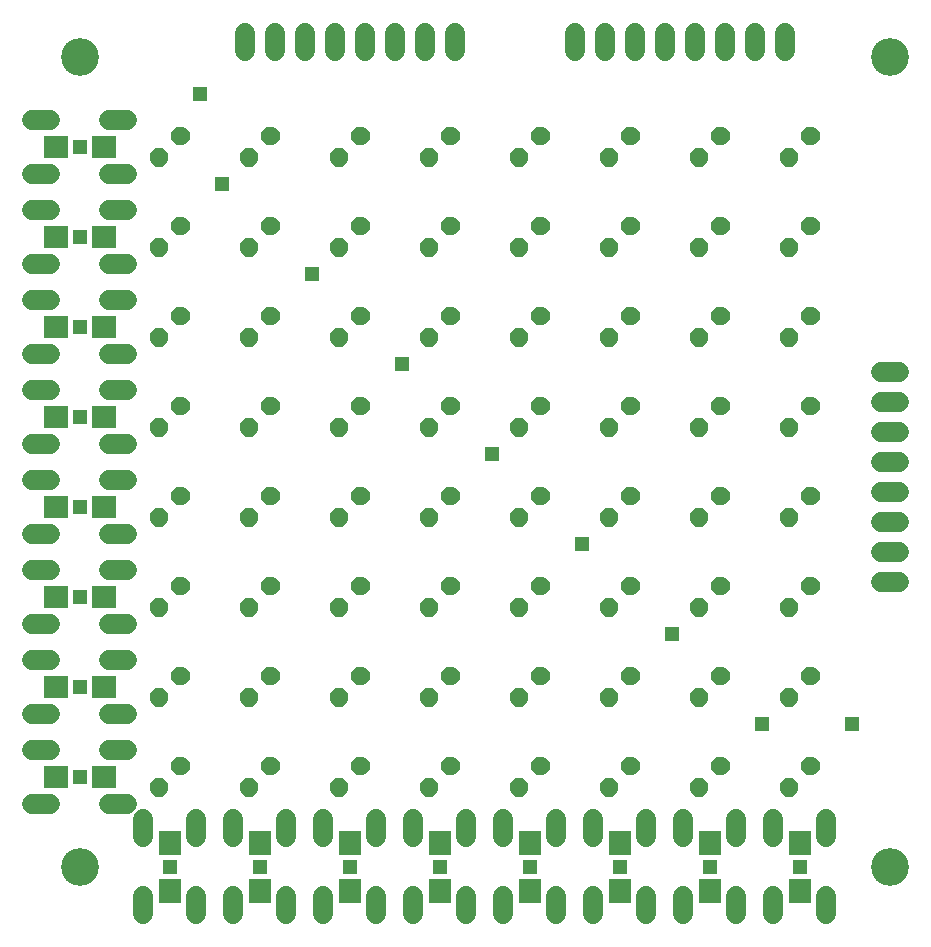
<source format=gbs>
G75*
G70*
%OFA0B0*%
%FSLAX24Y24*%
%IPPOS*%
%LPD*%
%AMOC8*
5,1,8,0,0,1.08239X$1,22.5*
%
%ADD10C,0.0120*%
%ADD11C,0.0680*%
%ADD12C,0.1261*%
%ADD13R,0.0789X0.0749*%
%ADD14R,0.0749X0.0789*%
%ADD15R,0.0476X0.0476*%
D10*
X005434Y005286D02*
X005494Y005346D01*
X005494Y005148D01*
X005354Y005008D01*
X005156Y005008D01*
X005016Y005148D01*
X005016Y005346D01*
X005156Y005486D01*
X005354Y005486D01*
X005494Y005346D01*
X005404Y005309D01*
X005404Y005185D01*
X005317Y005098D01*
X005193Y005098D01*
X005106Y005185D01*
X005106Y005309D01*
X005193Y005396D01*
X005317Y005396D01*
X005404Y005309D01*
X005314Y005272D01*
X005314Y005222D01*
X005280Y005188D01*
X005230Y005188D01*
X005196Y005222D01*
X005196Y005272D01*
X005230Y005306D01*
X005280Y005306D01*
X005314Y005272D01*
X006141Y005993D02*
X006201Y006053D01*
X006201Y005855D01*
X006061Y005715D01*
X005863Y005715D01*
X005723Y005855D01*
X005723Y006053D01*
X005863Y006193D01*
X006061Y006193D01*
X006201Y006053D01*
X006111Y006016D01*
X006111Y005892D01*
X006024Y005805D01*
X005900Y005805D01*
X005813Y005892D01*
X005813Y006016D01*
X005900Y006103D01*
X006024Y006103D01*
X006111Y006016D01*
X006021Y005979D01*
X006021Y005929D01*
X005987Y005895D01*
X005937Y005895D01*
X005903Y005929D01*
X005903Y005979D01*
X005937Y006013D01*
X005987Y006013D01*
X006021Y005979D01*
X008434Y005286D02*
X008494Y005346D01*
X008494Y005148D01*
X008354Y005008D01*
X008156Y005008D01*
X008016Y005148D01*
X008016Y005346D01*
X008156Y005486D01*
X008354Y005486D01*
X008494Y005346D01*
X008404Y005309D01*
X008404Y005185D01*
X008317Y005098D01*
X008193Y005098D01*
X008106Y005185D01*
X008106Y005309D01*
X008193Y005396D01*
X008317Y005396D01*
X008404Y005309D01*
X008314Y005272D01*
X008314Y005222D01*
X008280Y005188D01*
X008230Y005188D01*
X008196Y005222D01*
X008196Y005272D01*
X008230Y005306D01*
X008280Y005306D01*
X008314Y005272D01*
X009141Y005993D02*
X009201Y006053D01*
X009201Y005855D01*
X009061Y005715D01*
X008863Y005715D01*
X008723Y005855D01*
X008723Y006053D01*
X008863Y006193D01*
X009061Y006193D01*
X009201Y006053D01*
X009111Y006016D01*
X009111Y005892D01*
X009024Y005805D01*
X008900Y005805D01*
X008813Y005892D01*
X008813Y006016D01*
X008900Y006103D01*
X009024Y006103D01*
X009111Y006016D01*
X009021Y005979D01*
X009021Y005929D01*
X008987Y005895D01*
X008937Y005895D01*
X008903Y005929D01*
X008903Y005979D01*
X008937Y006013D01*
X008987Y006013D01*
X009021Y005979D01*
X011434Y005286D02*
X011494Y005346D01*
X011494Y005148D01*
X011354Y005008D01*
X011156Y005008D01*
X011016Y005148D01*
X011016Y005346D01*
X011156Y005486D01*
X011354Y005486D01*
X011494Y005346D01*
X011404Y005309D01*
X011404Y005185D01*
X011317Y005098D01*
X011193Y005098D01*
X011106Y005185D01*
X011106Y005309D01*
X011193Y005396D01*
X011317Y005396D01*
X011404Y005309D01*
X011314Y005272D01*
X011314Y005222D01*
X011280Y005188D01*
X011230Y005188D01*
X011196Y005222D01*
X011196Y005272D01*
X011230Y005306D01*
X011280Y005306D01*
X011314Y005272D01*
X012141Y005993D02*
X012201Y006053D01*
X012201Y005855D01*
X012061Y005715D01*
X011863Y005715D01*
X011723Y005855D01*
X011723Y006053D01*
X011863Y006193D01*
X012061Y006193D01*
X012201Y006053D01*
X012111Y006016D01*
X012111Y005892D01*
X012024Y005805D01*
X011900Y005805D01*
X011813Y005892D01*
X011813Y006016D01*
X011900Y006103D01*
X012024Y006103D01*
X012111Y006016D01*
X012021Y005979D01*
X012021Y005929D01*
X011987Y005895D01*
X011937Y005895D01*
X011903Y005929D01*
X011903Y005979D01*
X011937Y006013D01*
X011987Y006013D01*
X012021Y005979D01*
X014434Y005286D02*
X014494Y005346D01*
X014494Y005148D01*
X014354Y005008D01*
X014156Y005008D01*
X014016Y005148D01*
X014016Y005346D01*
X014156Y005486D01*
X014354Y005486D01*
X014494Y005346D01*
X014404Y005309D01*
X014404Y005185D01*
X014317Y005098D01*
X014193Y005098D01*
X014106Y005185D01*
X014106Y005309D01*
X014193Y005396D01*
X014317Y005396D01*
X014404Y005309D01*
X014314Y005272D01*
X014314Y005222D01*
X014280Y005188D01*
X014230Y005188D01*
X014196Y005222D01*
X014196Y005272D01*
X014230Y005306D01*
X014280Y005306D01*
X014314Y005272D01*
X015141Y005993D02*
X015201Y006053D01*
X015201Y005855D01*
X015061Y005715D01*
X014863Y005715D01*
X014723Y005855D01*
X014723Y006053D01*
X014863Y006193D01*
X015061Y006193D01*
X015201Y006053D01*
X015111Y006016D01*
X015111Y005892D01*
X015024Y005805D01*
X014900Y005805D01*
X014813Y005892D01*
X014813Y006016D01*
X014900Y006103D01*
X015024Y006103D01*
X015111Y006016D01*
X015021Y005979D01*
X015021Y005929D01*
X014987Y005895D01*
X014937Y005895D01*
X014903Y005929D01*
X014903Y005979D01*
X014937Y006013D01*
X014987Y006013D01*
X015021Y005979D01*
X017434Y005286D02*
X017494Y005346D01*
X017494Y005148D01*
X017354Y005008D01*
X017156Y005008D01*
X017016Y005148D01*
X017016Y005346D01*
X017156Y005486D01*
X017354Y005486D01*
X017494Y005346D01*
X017404Y005309D01*
X017404Y005185D01*
X017317Y005098D01*
X017193Y005098D01*
X017106Y005185D01*
X017106Y005309D01*
X017193Y005396D01*
X017317Y005396D01*
X017404Y005309D01*
X017314Y005272D01*
X017314Y005222D01*
X017280Y005188D01*
X017230Y005188D01*
X017196Y005222D01*
X017196Y005272D01*
X017230Y005306D01*
X017280Y005306D01*
X017314Y005272D01*
X018141Y005993D02*
X018201Y006053D01*
X018201Y005855D01*
X018061Y005715D01*
X017863Y005715D01*
X017723Y005855D01*
X017723Y006053D01*
X017863Y006193D01*
X018061Y006193D01*
X018201Y006053D01*
X018111Y006016D01*
X018111Y005892D01*
X018024Y005805D01*
X017900Y005805D01*
X017813Y005892D01*
X017813Y006016D01*
X017900Y006103D01*
X018024Y006103D01*
X018111Y006016D01*
X018021Y005979D01*
X018021Y005929D01*
X017987Y005895D01*
X017937Y005895D01*
X017903Y005929D01*
X017903Y005979D01*
X017937Y006013D01*
X017987Y006013D01*
X018021Y005979D01*
X020434Y005286D02*
X020494Y005346D01*
X020494Y005148D01*
X020354Y005008D01*
X020156Y005008D01*
X020016Y005148D01*
X020016Y005346D01*
X020156Y005486D01*
X020354Y005486D01*
X020494Y005346D01*
X020404Y005309D01*
X020404Y005185D01*
X020317Y005098D01*
X020193Y005098D01*
X020106Y005185D01*
X020106Y005309D01*
X020193Y005396D01*
X020317Y005396D01*
X020404Y005309D01*
X020314Y005272D01*
X020314Y005222D01*
X020280Y005188D01*
X020230Y005188D01*
X020196Y005222D01*
X020196Y005272D01*
X020230Y005306D01*
X020280Y005306D01*
X020314Y005272D01*
X021141Y005993D02*
X021201Y006053D01*
X021201Y005855D01*
X021061Y005715D01*
X020863Y005715D01*
X020723Y005855D01*
X020723Y006053D01*
X020863Y006193D01*
X021061Y006193D01*
X021201Y006053D01*
X021111Y006016D01*
X021111Y005892D01*
X021024Y005805D01*
X020900Y005805D01*
X020813Y005892D01*
X020813Y006016D01*
X020900Y006103D01*
X021024Y006103D01*
X021111Y006016D01*
X021021Y005979D01*
X021021Y005929D01*
X020987Y005895D01*
X020937Y005895D01*
X020903Y005929D01*
X020903Y005979D01*
X020937Y006013D01*
X020987Y006013D01*
X021021Y005979D01*
X023434Y005286D02*
X023494Y005346D01*
X023494Y005148D01*
X023354Y005008D01*
X023156Y005008D01*
X023016Y005148D01*
X023016Y005346D01*
X023156Y005486D01*
X023354Y005486D01*
X023494Y005346D01*
X023404Y005309D01*
X023404Y005185D01*
X023317Y005098D01*
X023193Y005098D01*
X023106Y005185D01*
X023106Y005309D01*
X023193Y005396D01*
X023317Y005396D01*
X023404Y005309D01*
X023314Y005272D01*
X023314Y005222D01*
X023280Y005188D01*
X023230Y005188D01*
X023196Y005222D01*
X023196Y005272D01*
X023230Y005306D01*
X023280Y005306D01*
X023314Y005272D01*
X024141Y005993D02*
X024201Y006053D01*
X024201Y005855D01*
X024061Y005715D01*
X023863Y005715D01*
X023723Y005855D01*
X023723Y006053D01*
X023863Y006193D01*
X024061Y006193D01*
X024201Y006053D01*
X024111Y006016D01*
X024111Y005892D01*
X024024Y005805D01*
X023900Y005805D01*
X023813Y005892D01*
X023813Y006016D01*
X023900Y006103D01*
X024024Y006103D01*
X024111Y006016D01*
X024021Y005979D01*
X024021Y005929D01*
X023987Y005895D01*
X023937Y005895D01*
X023903Y005929D01*
X023903Y005979D01*
X023937Y006013D01*
X023987Y006013D01*
X024021Y005979D01*
X026434Y005286D02*
X026494Y005346D01*
X026494Y005148D01*
X026354Y005008D01*
X026156Y005008D01*
X026016Y005148D01*
X026016Y005346D01*
X026156Y005486D01*
X026354Y005486D01*
X026494Y005346D01*
X026404Y005309D01*
X026404Y005185D01*
X026317Y005098D01*
X026193Y005098D01*
X026106Y005185D01*
X026106Y005309D01*
X026193Y005396D01*
X026317Y005396D01*
X026404Y005309D01*
X026314Y005272D01*
X026314Y005222D01*
X026280Y005188D01*
X026230Y005188D01*
X026196Y005222D01*
X026196Y005272D01*
X026230Y005306D01*
X026280Y005306D01*
X026314Y005272D01*
X027141Y005993D02*
X027201Y006053D01*
X027201Y005855D01*
X027061Y005715D01*
X026863Y005715D01*
X026723Y005855D01*
X026723Y006053D01*
X026863Y006193D01*
X027061Y006193D01*
X027201Y006053D01*
X027111Y006016D01*
X027111Y005892D01*
X027024Y005805D01*
X026900Y005805D01*
X026813Y005892D01*
X026813Y006016D01*
X026900Y006103D01*
X027024Y006103D01*
X027111Y006016D01*
X027021Y005979D01*
X027021Y005929D01*
X026987Y005895D01*
X026937Y005895D01*
X026903Y005929D01*
X026903Y005979D01*
X026937Y006013D01*
X026987Y006013D01*
X027021Y005979D01*
X026434Y008286D02*
X026494Y008346D01*
X026494Y008148D01*
X026354Y008008D01*
X026156Y008008D01*
X026016Y008148D01*
X026016Y008346D01*
X026156Y008486D01*
X026354Y008486D01*
X026494Y008346D01*
X026404Y008309D01*
X026404Y008185D01*
X026317Y008098D01*
X026193Y008098D01*
X026106Y008185D01*
X026106Y008309D01*
X026193Y008396D01*
X026317Y008396D01*
X026404Y008309D01*
X026314Y008272D01*
X026314Y008222D01*
X026280Y008188D01*
X026230Y008188D01*
X026196Y008222D01*
X026196Y008272D01*
X026230Y008306D01*
X026280Y008306D01*
X026314Y008272D01*
X027141Y008993D02*
X027201Y009053D01*
X027201Y008855D01*
X027061Y008715D01*
X026863Y008715D01*
X026723Y008855D01*
X026723Y009053D01*
X026863Y009193D01*
X027061Y009193D01*
X027201Y009053D01*
X027111Y009016D01*
X027111Y008892D01*
X027024Y008805D01*
X026900Y008805D01*
X026813Y008892D01*
X026813Y009016D01*
X026900Y009103D01*
X027024Y009103D01*
X027111Y009016D01*
X027021Y008979D01*
X027021Y008929D01*
X026987Y008895D01*
X026937Y008895D01*
X026903Y008929D01*
X026903Y008979D01*
X026937Y009013D01*
X026987Y009013D01*
X027021Y008979D01*
X026434Y011286D02*
X026494Y011346D01*
X026494Y011148D01*
X026354Y011008D01*
X026156Y011008D01*
X026016Y011148D01*
X026016Y011346D01*
X026156Y011486D01*
X026354Y011486D01*
X026494Y011346D01*
X026404Y011309D01*
X026404Y011185D01*
X026317Y011098D01*
X026193Y011098D01*
X026106Y011185D01*
X026106Y011309D01*
X026193Y011396D01*
X026317Y011396D01*
X026404Y011309D01*
X026314Y011272D01*
X026314Y011222D01*
X026280Y011188D01*
X026230Y011188D01*
X026196Y011222D01*
X026196Y011272D01*
X026230Y011306D01*
X026280Y011306D01*
X026314Y011272D01*
X027141Y011993D02*
X027201Y012053D01*
X027201Y011855D01*
X027061Y011715D01*
X026863Y011715D01*
X026723Y011855D01*
X026723Y012053D01*
X026863Y012193D01*
X027061Y012193D01*
X027201Y012053D01*
X027111Y012016D01*
X027111Y011892D01*
X027024Y011805D01*
X026900Y011805D01*
X026813Y011892D01*
X026813Y012016D01*
X026900Y012103D01*
X027024Y012103D01*
X027111Y012016D01*
X027021Y011979D01*
X027021Y011929D01*
X026987Y011895D01*
X026937Y011895D01*
X026903Y011929D01*
X026903Y011979D01*
X026937Y012013D01*
X026987Y012013D01*
X027021Y011979D01*
X026434Y014286D02*
X026494Y014346D01*
X026494Y014148D01*
X026354Y014008D01*
X026156Y014008D01*
X026016Y014148D01*
X026016Y014346D01*
X026156Y014486D01*
X026354Y014486D01*
X026494Y014346D01*
X026404Y014309D01*
X026404Y014185D01*
X026317Y014098D01*
X026193Y014098D01*
X026106Y014185D01*
X026106Y014309D01*
X026193Y014396D01*
X026317Y014396D01*
X026404Y014309D01*
X026314Y014272D01*
X026314Y014222D01*
X026280Y014188D01*
X026230Y014188D01*
X026196Y014222D01*
X026196Y014272D01*
X026230Y014306D01*
X026280Y014306D01*
X026314Y014272D01*
X027141Y014993D02*
X027201Y015053D01*
X027201Y014855D01*
X027061Y014715D01*
X026863Y014715D01*
X026723Y014855D01*
X026723Y015053D01*
X026863Y015193D01*
X027061Y015193D01*
X027201Y015053D01*
X027111Y015016D01*
X027111Y014892D01*
X027024Y014805D01*
X026900Y014805D01*
X026813Y014892D01*
X026813Y015016D01*
X026900Y015103D01*
X027024Y015103D01*
X027111Y015016D01*
X027021Y014979D01*
X027021Y014929D01*
X026987Y014895D01*
X026937Y014895D01*
X026903Y014929D01*
X026903Y014979D01*
X026937Y015013D01*
X026987Y015013D01*
X027021Y014979D01*
X026434Y017286D02*
X026494Y017346D01*
X026494Y017148D01*
X026354Y017008D01*
X026156Y017008D01*
X026016Y017148D01*
X026016Y017346D01*
X026156Y017486D01*
X026354Y017486D01*
X026494Y017346D01*
X026404Y017309D01*
X026404Y017185D01*
X026317Y017098D01*
X026193Y017098D01*
X026106Y017185D01*
X026106Y017309D01*
X026193Y017396D01*
X026317Y017396D01*
X026404Y017309D01*
X026314Y017272D01*
X026314Y017222D01*
X026280Y017188D01*
X026230Y017188D01*
X026196Y017222D01*
X026196Y017272D01*
X026230Y017306D01*
X026280Y017306D01*
X026314Y017272D01*
X027141Y017993D02*
X027201Y018053D01*
X027201Y017855D01*
X027061Y017715D01*
X026863Y017715D01*
X026723Y017855D01*
X026723Y018053D01*
X026863Y018193D01*
X027061Y018193D01*
X027201Y018053D01*
X027111Y018016D01*
X027111Y017892D01*
X027024Y017805D01*
X026900Y017805D01*
X026813Y017892D01*
X026813Y018016D01*
X026900Y018103D01*
X027024Y018103D01*
X027111Y018016D01*
X027021Y017979D01*
X027021Y017929D01*
X026987Y017895D01*
X026937Y017895D01*
X026903Y017929D01*
X026903Y017979D01*
X026937Y018013D01*
X026987Y018013D01*
X027021Y017979D01*
X026434Y020286D02*
X026494Y020346D01*
X026494Y020148D01*
X026354Y020008D01*
X026156Y020008D01*
X026016Y020148D01*
X026016Y020346D01*
X026156Y020486D01*
X026354Y020486D01*
X026494Y020346D01*
X026404Y020309D01*
X026404Y020185D01*
X026317Y020098D01*
X026193Y020098D01*
X026106Y020185D01*
X026106Y020309D01*
X026193Y020396D01*
X026317Y020396D01*
X026404Y020309D01*
X026314Y020272D01*
X026314Y020222D01*
X026280Y020188D01*
X026230Y020188D01*
X026196Y020222D01*
X026196Y020272D01*
X026230Y020306D01*
X026280Y020306D01*
X026314Y020272D01*
X027141Y020993D02*
X027201Y021053D01*
X027201Y020855D01*
X027061Y020715D01*
X026863Y020715D01*
X026723Y020855D01*
X026723Y021053D01*
X026863Y021193D01*
X027061Y021193D01*
X027201Y021053D01*
X027111Y021016D01*
X027111Y020892D01*
X027024Y020805D01*
X026900Y020805D01*
X026813Y020892D01*
X026813Y021016D01*
X026900Y021103D01*
X027024Y021103D01*
X027111Y021016D01*
X027021Y020979D01*
X027021Y020929D01*
X026987Y020895D01*
X026937Y020895D01*
X026903Y020929D01*
X026903Y020979D01*
X026937Y021013D01*
X026987Y021013D01*
X027021Y020979D01*
X026434Y023286D02*
X026494Y023346D01*
X026494Y023148D01*
X026354Y023008D01*
X026156Y023008D01*
X026016Y023148D01*
X026016Y023346D01*
X026156Y023486D01*
X026354Y023486D01*
X026494Y023346D01*
X026404Y023309D01*
X026404Y023185D01*
X026317Y023098D01*
X026193Y023098D01*
X026106Y023185D01*
X026106Y023309D01*
X026193Y023396D01*
X026317Y023396D01*
X026404Y023309D01*
X026314Y023272D01*
X026314Y023222D01*
X026280Y023188D01*
X026230Y023188D01*
X026196Y023222D01*
X026196Y023272D01*
X026230Y023306D01*
X026280Y023306D01*
X026314Y023272D01*
X027141Y023993D02*
X027201Y024053D01*
X027201Y023855D01*
X027061Y023715D01*
X026863Y023715D01*
X026723Y023855D01*
X026723Y024053D01*
X026863Y024193D01*
X027061Y024193D01*
X027201Y024053D01*
X027111Y024016D01*
X027111Y023892D01*
X027024Y023805D01*
X026900Y023805D01*
X026813Y023892D01*
X026813Y024016D01*
X026900Y024103D01*
X027024Y024103D01*
X027111Y024016D01*
X027021Y023979D01*
X027021Y023929D01*
X026987Y023895D01*
X026937Y023895D01*
X026903Y023929D01*
X026903Y023979D01*
X026937Y024013D01*
X026987Y024013D01*
X027021Y023979D01*
X026434Y026286D02*
X026494Y026346D01*
X026494Y026148D01*
X026354Y026008D01*
X026156Y026008D01*
X026016Y026148D01*
X026016Y026346D01*
X026156Y026486D01*
X026354Y026486D01*
X026494Y026346D01*
X026404Y026309D01*
X026404Y026185D01*
X026317Y026098D01*
X026193Y026098D01*
X026106Y026185D01*
X026106Y026309D01*
X026193Y026396D01*
X026317Y026396D01*
X026404Y026309D01*
X026314Y026272D01*
X026314Y026222D01*
X026280Y026188D01*
X026230Y026188D01*
X026196Y026222D01*
X026196Y026272D01*
X026230Y026306D01*
X026280Y026306D01*
X026314Y026272D01*
X027141Y026993D02*
X027201Y027053D01*
X027201Y026855D01*
X027061Y026715D01*
X026863Y026715D01*
X026723Y026855D01*
X026723Y027053D01*
X026863Y027193D01*
X027061Y027193D01*
X027201Y027053D01*
X027111Y027016D01*
X027111Y026892D01*
X027024Y026805D01*
X026900Y026805D01*
X026813Y026892D01*
X026813Y027016D01*
X026900Y027103D01*
X027024Y027103D01*
X027111Y027016D01*
X027021Y026979D01*
X027021Y026929D01*
X026987Y026895D01*
X026937Y026895D01*
X026903Y026929D01*
X026903Y026979D01*
X026937Y027013D01*
X026987Y027013D01*
X027021Y026979D01*
X024141Y026993D02*
X024201Y027053D01*
X024201Y026855D01*
X024061Y026715D01*
X023863Y026715D01*
X023723Y026855D01*
X023723Y027053D01*
X023863Y027193D01*
X024061Y027193D01*
X024201Y027053D01*
X024111Y027016D01*
X024111Y026892D01*
X024024Y026805D01*
X023900Y026805D01*
X023813Y026892D01*
X023813Y027016D01*
X023900Y027103D01*
X024024Y027103D01*
X024111Y027016D01*
X024021Y026979D01*
X024021Y026929D01*
X023987Y026895D01*
X023937Y026895D01*
X023903Y026929D01*
X023903Y026979D01*
X023937Y027013D01*
X023987Y027013D01*
X024021Y026979D01*
X023434Y026286D02*
X023494Y026346D01*
X023494Y026148D01*
X023354Y026008D01*
X023156Y026008D01*
X023016Y026148D01*
X023016Y026346D01*
X023156Y026486D01*
X023354Y026486D01*
X023494Y026346D01*
X023404Y026309D01*
X023404Y026185D01*
X023317Y026098D01*
X023193Y026098D01*
X023106Y026185D01*
X023106Y026309D01*
X023193Y026396D01*
X023317Y026396D01*
X023404Y026309D01*
X023314Y026272D01*
X023314Y026222D01*
X023280Y026188D01*
X023230Y026188D01*
X023196Y026222D01*
X023196Y026272D01*
X023230Y026306D01*
X023280Y026306D01*
X023314Y026272D01*
X021141Y026993D02*
X021201Y027053D01*
X021201Y026855D01*
X021061Y026715D01*
X020863Y026715D01*
X020723Y026855D01*
X020723Y027053D01*
X020863Y027193D01*
X021061Y027193D01*
X021201Y027053D01*
X021111Y027016D01*
X021111Y026892D01*
X021024Y026805D01*
X020900Y026805D01*
X020813Y026892D01*
X020813Y027016D01*
X020900Y027103D01*
X021024Y027103D01*
X021111Y027016D01*
X021021Y026979D01*
X021021Y026929D01*
X020987Y026895D01*
X020937Y026895D01*
X020903Y026929D01*
X020903Y026979D01*
X020937Y027013D01*
X020987Y027013D01*
X021021Y026979D01*
X020434Y026286D02*
X020494Y026346D01*
X020494Y026148D01*
X020354Y026008D01*
X020156Y026008D01*
X020016Y026148D01*
X020016Y026346D01*
X020156Y026486D01*
X020354Y026486D01*
X020494Y026346D01*
X020404Y026309D01*
X020404Y026185D01*
X020317Y026098D01*
X020193Y026098D01*
X020106Y026185D01*
X020106Y026309D01*
X020193Y026396D01*
X020317Y026396D01*
X020404Y026309D01*
X020314Y026272D01*
X020314Y026222D01*
X020280Y026188D01*
X020230Y026188D01*
X020196Y026222D01*
X020196Y026272D01*
X020230Y026306D01*
X020280Y026306D01*
X020314Y026272D01*
X021141Y023993D02*
X021201Y024053D01*
X021201Y023855D01*
X021061Y023715D01*
X020863Y023715D01*
X020723Y023855D01*
X020723Y024053D01*
X020863Y024193D01*
X021061Y024193D01*
X021201Y024053D01*
X021111Y024016D01*
X021111Y023892D01*
X021024Y023805D01*
X020900Y023805D01*
X020813Y023892D01*
X020813Y024016D01*
X020900Y024103D01*
X021024Y024103D01*
X021111Y024016D01*
X021021Y023979D01*
X021021Y023929D01*
X020987Y023895D01*
X020937Y023895D01*
X020903Y023929D01*
X020903Y023979D01*
X020937Y024013D01*
X020987Y024013D01*
X021021Y023979D01*
X020434Y023286D02*
X020494Y023346D01*
X020494Y023148D01*
X020354Y023008D01*
X020156Y023008D01*
X020016Y023148D01*
X020016Y023346D01*
X020156Y023486D01*
X020354Y023486D01*
X020494Y023346D01*
X020404Y023309D01*
X020404Y023185D01*
X020317Y023098D01*
X020193Y023098D01*
X020106Y023185D01*
X020106Y023309D01*
X020193Y023396D01*
X020317Y023396D01*
X020404Y023309D01*
X020314Y023272D01*
X020314Y023222D01*
X020280Y023188D01*
X020230Y023188D01*
X020196Y023222D01*
X020196Y023272D01*
X020230Y023306D01*
X020280Y023306D01*
X020314Y023272D01*
X021141Y020993D02*
X021201Y021053D01*
X021201Y020855D01*
X021061Y020715D01*
X020863Y020715D01*
X020723Y020855D01*
X020723Y021053D01*
X020863Y021193D01*
X021061Y021193D01*
X021201Y021053D01*
X021111Y021016D01*
X021111Y020892D01*
X021024Y020805D01*
X020900Y020805D01*
X020813Y020892D01*
X020813Y021016D01*
X020900Y021103D01*
X021024Y021103D01*
X021111Y021016D01*
X021021Y020979D01*
X021021Y020929D01*
X020987Y020895D01*
X020937Y020895D01*
X020903Y020929D01*
X020903Y020979D01*
X020937Y021013D01*
X020987Y021013D01*
X021021Y020979D01*
X020434Y020286D02*
X020494Y020346D01*
X020494Y020148D01*
X020354Y020008D01*
X020156Y020008D01*
X020016Y020148D01*
X020016Y020346D01*
X020156Y020486D01*
X020354Y020486D01*
X020494Y020346D01*
X020404Y020309D01*
X020404Y020185D01*
X020317Y020098D01*
X020193Y020098D01*
X020106Y020185D01*
X020106Y020309D01*
X020193Y020396D01*
X020317Y020396D01*
X020404Y020309D01*
X020314Y020272D01*
X020314Y020222D01*
X020280Y020188D01*
X020230Y020188D01*
X020196Y020222D01*
X020196Y020272D01*
X020230Y020306D01*
X020280Y020306D01*
X020314Y020272D01*
X021141Y017993D02*
X021201Y018053D01*
X021201Y017855D01*
X021061Y017715D01*
X020863Y017715D01*
X020723Y017855D01*
X020723Y018053D01*
X020863Y018193D01*
X021061Y018193D01*
X021201Y018053D01*
X021111Y018016D01*
X021111Y017892D01*
X021024Y017805D01*
X020900Y017805D01*
X020813Y017892D01*
X020813Y018016D01*
X020900Y018103D01*
X021024Y018103D01*
X021111Y018016D01*
X021021Y017979D01*
X021021Y017929D01*
X020987Y017895D01*
X020937Y017895D01*
X020903Y017929D01*
X020903Y017979D01*
X020937Y018013D01*
X020987Y018013D01*
X021021Y017979D01*
X020434Y017286D02*
X020494Y017346D01*
X020494Y017148D01*
X020354Y017008D01*
X020156Y017008D01*
X020016Y017148D01*
X020016Y017346D01*
X020156Y017486D01*
X020354Y017486D01*
X020494Y017346D01*
X020404Y017309D01*
X020404Y017185D01*
X020317Y017098D01*
X020193Y017098D01*
X020106Y017185D01*
X020106Y017309D01*
X020193Y017396D01*
X020317Y017396D01*
X020404Y017309D01*
X020314Y017272D01*
X020314Y017222D01*
X020280Y017188D01*
X020230Y017188D01*
X020196Y017222D01*
X020196Y017272D01*
X020230Y017306D01*
X020280Y017306D01*
X020314Y017272D01*
X021141Y014993D02*
X021201Y015053D01*
X021201Y014855D01*
X021061Y014715D01*
X020863Y014715D01*
X020723Y014855D01*
X020723Y015053D01*
X020863Y015193D01*
X021061Y015193D01*
X021201Y015053D01*
X021111Y015016D01*
X021111Y014892D01*
X021024Y014805D01*
X020900Y014805D01*
X020813Y014892D01*
X020813Y015016D01*
X020900Y015103D01*
X021024Y015103D01*
X021111Y015016D01*
X021021Y014979D01*
X021021Y014929D01*
X020987Y014895D01*
X020937Y014895D01*
X020903Y014929D01*
X020903Y014979D01*
X020937Y015013D01*
X020987Y015013D01*
X021021Y014979D01*
X020434Y014286D02*
X020494Y014346D01*
X020494Y014148D01*
X020354Y014008D01*
X020156Y014008D01*
X020016Y014148D01*
X020016Y014346D01*
X020156Y014486D01*
X020354Y014486D01*
X020494Y014346D01*
X020404Y014309D01*
X020404Y014185D01*
X020317Y014098D01*
X020193Y014098D01*
X020106Y014185D01*
X020106Y014309D01*
X020193Y014396D01*
X020317Y014396D01*
X020404Y014309D01*
X020314Y014272D01*
X020314Y014222D01*
X020280Y014188D01*
X020230Y014188D01*
X020196Y014222D01*
X020196Y014272D01*
X020230Y014306D01*
X020280Y014306D01*
X020314Y014272D01*
X021141Y011993D02*
X021201Y012053D01*
X021201Y011855D01*
X021061Y011715D01*
X020863Y011715D01*
X020723Y011855D01*
X020723Y012053D01*
X020863Y012193D01*
X021061Y012193D01*
X021201Y012053D01*
X021111Y012016D01*
X021111Y011892D01*
X021024Y011805D01*
X020900Y011805D01*
X020813Y011892D01*
X020813Y012016D01*
X020900Y012103D01*
X021024Y012103D01*
X021111Y012016D01*
X021021Y011979D01*
X021021Y011929D01*
X020987Y011895D01*
X020937Y011895D01*
X020903Y011929D01*
X020903Y011979D01*
X020937Y012013D01*
X020987Y012013D01*
X021021Y011979D01*
X020434Y011286D02*
X020494Y011346D01*
X020494Y011148D01*
X020354Y011008D01*
X020156Y011008D01*
X020016Y011148D01*
X020016Y011346D01*
X020156Y011486D01*
X020354Y011486D01*
X020494Y011346D01*
X020404Y011309D01*
X020404Y011185D01*
X020317Y011098D01*
X020193Y011098D01*
X020106Y011185D01*
X020106Y011309D01*
X020193Y011396D01*
X020317Y011396D01*
X020404Y011309D01*
X020314Y011272D01*
X020314Y011222D01*
X020280Y011188D01*
X020230Y011188D01*
X020196Y011222D01*
X020196Y011272D01*
X020230Y011306D01*
X020280Y011306D01*
X020314Y011272D01*
X021141Y008993D02*
X021201Y009053D01*
X021201Y008855D01*
X021061Y008715D01*
X020863Y008715D01*
X020723Y008855D01*
X020723Y009053D01*
X020863Y009193D01*
X021061Y009193D01*
X021201Y009053D01*
X021111Y009016D01*
X021111Y008892D01*
X021024Y008805D01*
X020900Y008805D01*
X020813Y008892D01*
X020813Y009016D01*
X020900Y009103D01*
X021024Y009103D01*
X021111Y009016D01*
X021021Y008979D01*
X021021Y008929D01*
X020987Y008895D01*
X020937Y008895D01*
X020903Y008929D01*
X020903Y008979D01*
X020937Y009013D01*
X020987Y009013D01*
X021021Y008979D01*
X020434Y008286D02*
X020494Y008346D01*
X020494Y008148D01*
X020354Y008008D01*
X020156Y008008D01*
X020016Y008148D01*
X020016Y008346D01*
X020156Y008486D01*
X020354Y008486D01*
X020494Y008346D01*
X020404Y008309D01*
X020404Y008185D01*
X020317Y008098D01*
X020193Y008098D01*
X020106Y008185D01*
X020106Y008309D01*
X020193Y008396D01*
X020317Y008396D01*
X020404Y008309D01*
X020314Y008272D01*
X020314Y008222D01*
X020280Y008188D01*
X020230Y008188D01*
X020196Y008222D01*
X020196Y008272D01*
X020230Y008306D01*
X020280Y008306D01*
X020314Y008272D01*
X018141Y008993D02*
X018201Y009053D01*
X018201Y008855D01*
X018061Y008715D01*
X017863Y008715D01*
X017723Y008855D01*
X017723Y009053D01*
X017863Y009193D01*
X018061Y009193D01*
X018201Y009053D01*
X018111Y009016D01*
X018111Y008892D01*
X018024Y008805D01*
X017900Y008805D01*
X017813Y008892D01*
X017813Y009016D01*
X017900Y009103D01*
X018024Y009103D01*
X018111Y009016D01*
X018021Y008979D01*
X018021Y008929D01*
X017987Y008895D01*
X017937Y008895D01*
X017903Y008929D01*
X017903Y008979D01*
X017937Y009013D01*
X017987Y009013D01*
X018021Y008979D01*
X017434Y008286D02*
X017494Y008346D01*
X017494Y008148D01*
X017354Y008008D01*
X017156Y008008D01*
X017016Y008148D01*
X017016Y008346D01*
X017156Y008486D01*
X017354Y008486D01*
X017494Y008346D01*
X017404Y008309D01*
X017404Y008185D01*
X017317Y008098D01*
X017193Y008098D01*
X017106Y008185D01*
X017106Y008309D01*
X017193Y008396D01*
X017317Y008396D01*
X017404Y008309D01*
X017314Y008272D01*
X017314Y008222D01*
X017280Y008188D01*
X017230Y008188D01*
X017196Y008222D01*
X017196Y008272D01*
X017230Y008306D01*
X017280Y008306D01*
X017314Y008272D01*
X015141Y008993D02*
X015201Y009053D01*
X015201Y008855D01*
X015061Y008715D01*
X014863Y008715D01*
X014723Y008855D01*
X014723Y009053D01*
X014863Y009193D01*
X015061Y009193D01*
X015201Y009053D01*
X015111Y009016D01*
X015111Y008892D01*
X015024Y008805D01*
X014900Y008805D01*
X014813Y008892D01*
X014813Y009016D01*
X014900Y009103D01*
X015024Y009103D01*
X015111Y009016D01*
X015021Y008979D01*
X015021Y008929D01*
X014987Y008895D01*
X014937Y008895D01*
X014903Y008929D01*
X014903Y008979D01*
X014937Y009013D01*
X014987Y009013D01*
X015021Y008979D01*
X014434Y008286D02*
X014494Y008346D01*
X014494Y008148D01*
X014354Y008008D01*
X014156Y008008D01*
X014016Y008148D01*
X014016Y008346D01*
X014156Y008486D01*
X014354Y008486D01*
X014494Y008346D01*
X014404Y008309D01*
X014404Y008185D01*
X014317Y008098D01*
X014193Y008098D01*
X014106Y008185D01*
X014106Y008309D01*
X014193Y008396D01*
X014317Y008396D01*
X014404Y008309D01*
X014314Y008272D01*
X014314Y008222D01*
X014280Y008188D01*
X014230Y008188D01*
X014196Y008222D01*
X014196Y008272D01*
X014230Y008306D01*
X014280Y008306D01*
X014314Y008272D01*
X012141Y008993D02*
X012201Y009053D01*
X012201Y008855D01*
X012061Y008715D01*
X011863Y008715D01*
X011723Y008855D01*
X011723Y009053D01*
X011863Y009193D01*
X012061Y009193D01*
X012201Y009053D01*
X012111Y009016D01*
X012111Y008892D01*
X012024Y008805D01*
X011900Y008805D01*
X011813Y008892D01*
X011813Y009016D01*
X011900Y009103D01*
X012024Y009103D01*
X012111Y009016D01*
X012021Y008979D01*
X012021Y008929D01*
X011987Y008895D01*
X011937Y008895D01*
X011903Y008929D01*
X011903Y008979D01*
X011937Y009013D01*
X011987Y009013D01*
X012021Y008979D01*
X011434Y008286D02*
X011494Y008346D01*
X011494Y008148D01*
X011354Y008008D01*
X011156Y008008D01*
X011016Y008148D01*
X011016Y008346D01*
X011156Y008486D01*
X011354Y008486D01*
X011494Y008346D01*
X011404Y008309D01*
X011404Y008185D01*
X011317Y008098D01*
X011193Y008098D01*
X011106Y008185D01*
X011106Y008309D01*
X011193Y008396D01*
X011317Y008396D01*
X011404Y008309D01*
X011314Y008272D01*
X011314Y008222D01*
X011280Y008188D01*
X011230Y008188D01*
X011196Y008222D01*
X011196Y008272D01*
X011230Y008306D01*
X011280Y008306D01*
X011314Y008272D01*
X009141Y008993D02*
X009201Y009053D01*
X009201Y008855D01*
X009061Y008715D01*
X008863Y008715D01*
X008723Y008855D01*
X008723Y009053D01*
X008863Y009193D01*
X009061Y009193D01*
X009201Y009053D01*
X009111Y009016D01*
X009111Y008892D01*
X009024Y008805D01*
X008900Y008805D01*
X008813Y008892D01*
X008813Y009016D01*
X008900Y009103D01*
X009024Y009103D01*
X009111Y009016D01*
X009021Y008979D01*
X009021Y008929D01*
X008987Y008895D01*
X008937Y008895D01*
X008903Y008929D01*
X008903Y008979D01*
X008937Y009013D01*
X008987Y009013D01*
X009021Y008979D01*
X008434Y008286D02*
X008494Y008346D01*
X008494Y008148D01*
X008354Y008008D01*
X008156Y008008D01*
X008016Y008148D01*
X008016Y008346D01*
X008156Y008486D01*
X008354Y008486D01*
X008494Y008346D01*
X008404Y008309D01*
X008404Y008185D01*
X008317Y008098D01*
X008193Y008098D01*
X008106Y008185D01*
X008106Y008309D01*
X008193Y008396D01*
X008317Y008396D01*
X008404Y008309D01*
X008314Y008272D01*
X008314Y008222D01*
X008280Y008188D01*
X008230Y008188D01*
X008196Y008222D01*
X008196Y008272D01*
X008230Y008306D01*
X008280Y008306D01*
X008314Y008272D01*
X006141Y008993D02*
X006201Y009053D01*
X006201Y008855D01*
X006061Y008715D01*
X005863Y008715D01*
X005723Y008855D01*
X005723Y009053D01*
X005863Y009193D01*
X006061Y009193D01*
X006201Y009053D01*
X006111Y009016D01*
X006111Y008892D01*
X006024Y008805D01*
X005900Y008805D01*
X005813Y008892D01*
X005813Y009016D01*
X005900Y009103D01*
X006024Y009103D01*
X006111Y009016D01*
X006021Y008979D01*
X006021Y008929D01*
X005987Y008895D01*
X005937Y008895D01*
X005903Y008929D01*
X005903Y008979D01*
X005937Y009013D01*
X005987Y009013D01*
X006021Y008979D01*
X005434Y008286D02*
X005494Y008346D01*
X005494Y008148D01*
X005354Y008008D01*
X005156Y008008D01*
X005016Y008148D01*
X005016Y008346D01*
X005156Y008486D01*
X005354Y008486D01*
X005494Y008346D01*
X005404Y008309D01*
X005404Y008185D01*
X005317Y008098D01*
X005193Y008098D01*
X005106Y008185D01*
X005106Y008309D01*
X005193Y008396D01*
X005317Y008396D01*
X005404Y008309D01*
X005314Y008272D01*
X005314Y008222D01*
X005280Y008188D01*
X005230Y008188D01*
X005196Y008222D01*
X005196Y008272D01*
X005230Y008306D01*
X005280Y008306D01*
X005314Y008272D01*
X005434Y011286D02*
X005494Y011346D01*
X005494Y011148D01*
X005354Y011008D01*
X005156Y011008D01*
X005016Y011148D01*
X005016Y011346D01*
X005156Y011486D01*
X005354Y011486D01*
X005494Y011346D01*
X005404Y011309D01*
X005404Y011185D01*
X005317Y011098D01*
X005193Y011098D01*
X005106Y011185D01*
X005106Y011309D01*
X005193Y011396D01*
X005317Y011396D01*
X005404Y011309D01*
X005314Y011272D01*
X005314Y011222D01*
X005280Y011188D01*
X005230Y011188D01*
X005196Y011222D01*
X005196Y011272D01*
X005230Y011306D01*
X005280Y011306D01*
X005314Y011272D01*
X006141Y011993D02*
X006201Y012053D01*
X006201Y011855D01*
X006061Y011715D01*
X005863Y011715D01*
X005723Y011855D01*
X005723Y012053D01*
X005863Y012193D01*
X006061Y012193D01*
X006201Y012053D01*
X006111Y012016D01*
X006111Y011892D01*
X006024Y011805D01*
X005900Y011805D01*
X005813Y011892D01*
X005813Y012016D01*
X005900Y012103D01*
X006024Y012103D01*
X006111Y012016D01*
X006021Y011979D01*
X006021Y011929D01*
X005987Y011895D01*
X005937Y011895D01*
X005903Y011929D01*
X005903Y011979D01*
X005937Y012013D01*
X005987Y012013D01*
X006021Y011979D01*
X008434Y011286D02*
X008494Y011346D01*
X008494Y011148D01*
X008354Y011008D01*
X008156Y011008D01*
X008016Y011148D01*
X008016Y011346D01*
X008156Y011486D01*
X008354Y011486D01*
X008494Y011346D01*
X008404Y011309D01*
X008404Y011185D01*
X008317Y011098D01*
X008193Y011098D01*
X008106Y011185D01*
X008106Y011309D01*
X008193Y011396D01*
X008317Y011396D01*
X008404Y011309D01*
X008314Y011272D01*
X008314Y011222D01*
X008280Y011188D01*
X008230Y011188D01*
X008196Y011222D01*
X008196Y011272D01*
X008230Y011306D01*
X008280Y011306D01*
X008314Y011272D01*
X009141Y011993D02*
X009201Y012053D01*
X009201Y011855D01*
X009061Y011715D01*
X008863Y011715D01*
X008723Y011855D01*
X008723Y012053D01*
X008863Y012193D01*
X009061Y012193D01*
X009201Y012053D01*
X009111Y012016D01*
X009111Y011892D01*
X009024Y011805D01*
X008900Y011805D01*
X008813Y011892D01*
X008813Y012016D01*
X008900Y012103D01*
X009024Y012103D01*
X009111Y012016D01*
X009021Y011979D01*
X009021Y011929D01*
X008987Y011895D01*
X008937Y011895D01*
X008903Y011929D01*
X008903Y011979D01*
X008937Y012013D01*
X008987Y012013D01*
X009021Y011979D01*
X011434Y011286D02*
X011494Y011346D01*
X011494Y011148D01*
X011354Y011008D01*
X011156Y011008D01*
X011016Y011148D01*
X011016Y011346D01*
X011156Y011486D01*
X011354Y011486D01*
X011494Y011346D01*
X011404Y011309D01*
X011404Y011185D01*
X011317Y011098D01*
X011193Y011098D01*
X011106Y011185D01*
X011106Y011309D01*
X011193Y011396D01*
X011317Y011396D01*
X011404Y011309D01*
X011314Y011272D01*
X011314Y011222D01*
X011280Y011188D01*
X011230Y011188D01*
X011196Y011222D01*
X011196Y011272D01*
X011230Y011306D01*
X011280Y011306D01*
X011314Y011272D01*
X012141Y011993D02*
X012201Y012053D01*
X012201Y011855D01*
X012061Y011715D01*
X011863Y011715D01*
X011723Y011855D01*
X011723Y012053D01*
X011863Y012193D01*
X012061Y012193D01*
X012201Y012053D01*
X012111Y012016D01*
X012111Y011892D01*
X012024Y011805D01*
X011900Y011805D01*
X011813Y011892D01*
X011813Y012016D01*
X011900Y012103D01*
X012024Y012103D01*
X012111Y012016D01*
X012021Y011979D01*
X012021Y011929D01*
X011987Y011895D01*
X011937Y011895D01*
X011903Y011929D01*
X011903Y011979D01*
X011937Y012013D01*
X011987Y012013D01*
X012021Y011979D01*
X014434Y011286D02*
X014494Y011346D01*
X014494Y011148D01*
X014354Y011008D01*
X014156Y011008D01*
X014016Y011148D01*
X014016Y011346D01*
X014156Y011486D01*
X014354Y011486D01*
X014494Y011346D01*
X014404Y011309D01*
X014404Y011185D01*
X014317Y011098D01*
X014193Y011098D01*
X014106Y011185D01*
X014106Y011309D01*
X014193Y011396D01*
X014317Y011396D01*
X014404Y011309D01*
X014314Y011272D01*
X014314Y011222D01*
X014280Y011188D01*
X014230Y011188D01*
X014196Y011222D01*
X014196Y011272D01*
X014230Y011306D01*
X014280Y011306D01*
X014314Y011272D01*
X015141Y011993D02*
X015201Y012053D01*
X015201Y011855D01*
X015061Y011715D01*
X014863Y011715D01*
X014723Y011855D01*
X014723Y012053D01*
X014863Y012193D01*
X015061Y012193D01*
X015201Y012053D01*
X015111Y012016D01*
X015111Y011892D01*
X015024Y011805D01*
X014900Y011805D01*
X014813Y011892D01*
X014813Y012016D01*
X014900Y012103D01*
X015024Y012103D01*
X015111Y012016D01*
X015021Y011979D01*
X015021Y011929D01*
X014987Y011895D01*
X014937Y011895D01*
X014903Y011929D01*
X014903Y011979D01*
X014937Y012013D01*
X014987Y012013D01*
X015021Y011979D01*
X017434Y011286D02*
X017494Y011346D01*
X017494Y011148D01*
X017354Y011008D01*
X017156Y011008D01*
X017016Y011148D01*
X017016Y011346D01*
X017156Y011486D01*
X017354Y011486D01*
X017494Y011346D01*
X017404Y011309D01*
X017404Y011185D01*
X017317Y011098D01*
X017193Y011098D01*
X017106Y011185D01*
X017106Y011309D01*
X017193Y011396D01*
X017317Y011396D01*
X017404Y011309D01*
X017314Y011272D01*
X017314Y011222D01*
X017280Y011188D01*
X017230Y011188D01*
X017196Y011222D01*
X017196Y011272D01*
X017230Y011306D01*
X017280Y011306D01*
X017314Y011272D01*
X018141Y011993D02*
X018201Y012053D01*
X018201Y011855D01*
X018061Y011715D01*
X017863Y011715D01*
X017723Y011855D01*
X017723Y012053D01*
X017863Y012193D01*
X018061Y012193D01*
X018201Y012053D01*
X018111Y012016D01*
X018111Y011892D01*
X018024Y011805D01*
X017900Y011805D01*
X017813Y011892D01*
X017813Y012016D01*
X017900Y012103D01*
X018024Y012103D01*
X018111Y012016D01*
X018021Y011979D01*
X018021Y011929D01*
X017987Y011895D01*
X017937Y011895D01*
X017903Y011929D01*
X017903Y011979D01*
X017937Y012013D01*
X017987Y012013D01*
X018021Y011979D01*
X017434Y014286D02*
X017494Y014346D01*
X017494Y014148D01*
X017354Y014008D01*
X017156Y014008D01*
X017016Y014148D01*
X017016Y014346D01*
X017156Y014486D01*
X017354Y014486D01*
X017494Y014346D01*
X017404Y014309D01*
X017404Y014185D01*
X017317Y014098D01*
X017193Y014098D01*
X017106Y014185D01*
X017106Y014309D01*
X017193Y014396D01*
X017317Y014396D01*
X017404Y014309D01*
X017314Y014272D01*
X017314Y014222D01*
X017280Y014188D01*
X017230Y014188D01*
X017196Y014222D01*
X017196Y014272D01*
X017230Y014306D01*
X017280Y014306D01*
X017314Y014272D01*
X018141Y014993D02*
X018201Y015053D01*
X018201Y014855D01*
X018061Y014715D01*
X017863Y014715D01*
X017723Y014855D01*
X017723Y015053D01*
X017863Y015193D01*
X018061Y015193D01*
X018201Y015053D01*
X018111Y015016D01*
X018111Y014892D01*
X018024Y014805D01*
X017900Y014805D01*
X017813Y014892D01*
X017813Y015016D01*
X017900Y015103D01*
X018024Y015103D01*
X018111Y015016D01*
X018021Y014979D01*
X018021Y014929D01*
X017987Y014895D01*
X017937Y014895D01*
X017903Y014929D01*
X017903Y014979D01*
X017937Y015013D01*
X017987Y015013D01*
X018021Y014979D01*
X017434Y017286D02*
X017494Y017346D01*
X017494Y017148D01*
X017354Y017008D01*
X017156Y017008D01*
X017016Y017148D01*
X017016Y017346D01*
X017156Y017486D01*
X017354Y017486D01*
X017494Y017346D01*
X017404Y017309D01*
X017404Y017185D01*
X017317Y017098D01*
X017193Y017098D01*
X017106Y017185D01*
X017106Y017309D01*
X017193Y017396D01*
X017317Y017396D01*
X017404Y017309D01*
X017314Y017272D01*
X017314Y017222D01*
X017280Y017188D01*
X017230Y017188D01*
X017196Y017222D01*
X017196Y017272D01*
X017230Y017306D01*
X017280Y017306D01*
X017314Y017272D01*
X018141Y017993D02*
X018201Y018053D01*
X018201Y017855D01*
X018061Y017715D01*
X017863Y017715D01*
X017723Y017855D01*
X017723Y018053D01*
X017863Y018193D01*
X018061Y018193D01*
X018201Y018053D01*
X018111Y018016D01*
X018111Y017892D01*
X018024Y017805D01*
X017900Y017805D01*
X017813Y017892D01*
X017813Y018016D01*
X017900Y018103D01*
X018024Y018103D01*
X018111Y018016D01*
X018021Y017979D01*
X018021Y017929D01*
X017987Y017895D01*
X017937Y017895D01*
X017903Y017929D01*
X017903Y017979D01*
X017937Y018013D01*
X017987Y018013D01*
X018021Y017979D01*
X017434Y020286D02*
X017494Y020346D01*
X017494Y020148D01*
X017354Y020008D01*
X017156Y020008D01*
X017016Y020148D01*
X017016Y020346D01*
X017156Y020486D01*
X017354Y020486D01*
X017494Y020346D01*
X017404Y020309D01*
X017404Y020185D01*
X017317Y020098D01*
X017193Y020098D01*
X017106Y020185D01*
X017106Y020309D01*
X017193Y020396D01*
X017317Y020396D01*
X017404Y020309D01*
X017314Y020272D01*
X017314Y020222D01*
X017280Y020188D01*
X017230Y020188D01*
X017196Y020222D01*
X017196Y020272D01*
X017230Y020306D01*
X017280Y020306D01*
X017314Y020272D01*
X018141Y020993D02*
X018201Y021053D01*
X018201Y020855D01*
X018061Y020715D01*
X017863Y020715D01*
X017723Y020855D01*
X017723Y021053D01*
X017863Y021193D01*
X018061Y021193D01*
X018201Y021053D01*
X018111Y021016D01*
X018111Y020892D01*
X018024Y020805D01*
X017900Y020805D01*
X017813Y020892D01*
X017813Y021016D01*
X017900Y021103D01*
X018024Y021103D01*
X018111Y021016D01*
X018021Y020979D01*
X018021Y020929D01*
X017987Y020895D01*
X017937Y020895D01*
X017903Y020929D01*
X017903Y020979D01*
X017937Y021013D01*
X017987Y021013D01*
X018021Y020979D01*
X017434Y023286D02*
X017494Y023346D01*
X017494Y023148D01*
X017354Y023008D01*
X017156Y023008D01*
X017016Y023148D01*
X017016Y023346D01*
X017156Y023486D01*
X017354Y023486D01*
X017494Y023346D01*
X017404Y023309D01*
X017404Y023185D01*
X017317Y023098D01*
X017193Y023098D01*
X017106Y023185D01*
X017106Y023309D01*
X017193Y023396D01*
X017317Y023396D01*
X017404Y023309D01*
X017314Y023272D01*
X017314Y023222D01*
X017280Y023188D01*
X017230Y023188D01*
X017196Y023222D01*
X017196Y023272D01*
X017230Y023306D01*
X017280Y023306D01*
X017314Y023272D01*
X018141Y023993D02*
X018201Y024053D01*
X018201Y023855D01*
X018061Y023715D01*
X017863Y023715D01*
X017723Y023855D01*
X017723Y024053D01*
X017863Y024193D01*
X018061Y024193D01*
X018201Y024053D01*
X018111Y024016D01*
X018111Y023892D01*
X018024Y023805D01*
X017900Y023805D01*
X017813Y023892D01*
X017813Y024016D01*
X017900Y024103D01*
X018024Y024103D01*
X018111Y024016D01*
X018021Y023979D01*
X018021Y023929D01*
X017987Y023895D01*
X017937Y023895D01*
X017903Y023929D01*
X017903Y023979D01*
X017937Y024013D01*
X017987Y024013D01*
X018021Y023979D01*
X017434Y026286D02*
X017494Y026346D01*
X017494Y026148D01*
X017354Y026008D01*
X017156Y026008D01*
X017016Y026148D01*
X017016Y026346D01*
X017156Y026486D01*
X017354Y026486D01*
X017494Y026346D01*
X017404Y026309D01*
X017404Y026185D01*
X017317Y026098D01*
X017193Y026098D01*
X017106Y026185D01*
X017106Y026309D01*
X017193Y026396D01*
X017317Y026396D01*
X017404Y026309D01*
X017314Y026272D01*
X017314Y026222D01*
X017280Y026188D01*
X017230Y026188D01*
X017196Y026222D01*
X017196Y026272D01*
X017230Y026306D01*
X017280Y026306D01*
X017314Y026272D01*
X018141Y026993D02*
X018201Y027053D01*
X018201Y026855D01*
X018061Y026715D01*
X017863Y026715D01*
X017723Y026855D01*
X017723Y027053D01*
X017863Y027193D01*
X018061Y027193D01*
X018201Y027053D01*
X018111Y027016D01*
X018111Y026892D01*
X018024Y026805D01*
X017900Y026805D01*
X017813Y026892D01*
X017813Y027016D01*
X017900Y027103D01*
X018024Y027103D01*
X018111Y027016D01*
X018021Y026979D01*
X018021Y026929D01*
X017987Y026895D01*
X017937Y026895D01*
X017903Y026929D01*
X017903Y026979D01*
X017937Y027013D01*
X017987Y027013D01*
X018021Y026979D01*
X015141Y026993D02*
X015201Y027053D01*
X015201Y026855D01*
X015061Y026715D01*
X014863Y026715D01*
X014723Y026855D01*
X014723Y027053D01*
X014863Y027193D01*
X015061Y027193D01*
X015201Y027053D01*
X015111Y027016D01*
X015111Y026892D01*
X015024Y026805D01*
X014900Y026805D01*
X014813Y026892D01*
X014813Y027016D01*
X014900Y027103D01*
X015024Y027103D01*
X015111Y027016D01*
X015021Y026979D01*
X015021Y026929D01*
X014987Y026895D01*
X014937Y026895D01*
X014903Y026929D01*
X014903Y026979D01*
X014937Y027013D01*
X014987Y027013D01*
X015021Y026979D01*
X014434Y026286D02*
X014494Y026346D01*
X014494Y026148D01*
X014354Y026008D01*
X014156Y026008D01*
X014016Y026148D01*
X014016Y026346D01*
X014156Y026486D01*
X014354Y026486D01*
X014494Y026346D01*
X014404Y026309D01*
X014404Y026185D01*
X014317Y026098D01*
X014193Y026098D01*
X014106Y026185D01*
X014106Y026309D01*
X014193Y026396D01*
X014317Y026396D01*
X014404Y026309D01*
X014314Y026272D01*
X014314Y026222D01*
X014280Y026188D01*
X014230Y026188D01*
X014196Y026222D01*
X014196Y026272D01*
X014230Y026306D01*
X014280Y026306D01*
X014314Y026272D01*
X015141Y023993D02*
X015201Y024053D01*
X015201Y023855D01*
X015061Y023715D01*
X014863Y023715D01*
X014723Y023855D01*
X014723Y024053D01*
X014863Y024193D01*
X015061Y024193D01*
X015201Y024053D01*
X015111Y024016D01*
X015111Y023892D01*
X015024Y023805D01*
X014900Y023805D01*
X014813Y023892D01*
X014813Y024016D01*
X014900Y024103D01*
X015024Y024103D01*
X015111Y024016D01*
X015021Y023979D01*
X015021Y023929D01*
X014987Y023895D01*
X014937Y023895D01*
X014903Y023929D01*
X014903Y023979D01*
X014937Y024013D01*
X014987Y024013D01*
X015021Y023979D01*
X014434Y023286D02*
X014494Y023346D01*
X014494Y023148D01*
X014354Y023008D01*
X014156Y023008D01*
X014016Y023148D01*
X014016Y023346D01*
X014156Y023486D01*
X014354Y023486D01*
X014494Y023346D01*
X014404Y023309D01*
X014404Y023185D01*
X014317Y023098D01*
X014193Y023098D01*
X014106Y023185D01*
X014106Y023309D01*
X014193Y023396D01*
X014317Y023396D01*
X014404Y023309D01*
X014314Y023272D01*
X014314Y023222D01*
X014280Y023188D01*
X014230Y023188D01*
X014196Y023222D01*
X014196Y023272D01*
X014230Y023306D01*
X014280Y023306D01*
X014314Y023272D01*
X015141Y020993D02*
X015201Y021053D01*
X015201Y020855D01*
X015061Y020715D01*
X014863Y020715D01*
X014723Y020855D01*
X014723Y021053D01*
X014863Y021193D01*
X015061Y021193D01*
X015201Y021053D01*
X015111Y021016D01*
X015111Y020892D01*
X015024Y020805D01*
X014900Y020805D01*
X014813Y020892D01*
X014813Y021016D01*
X014900Y021103D01*
X015024Y021103D01*
X015111Y021016D01*
X015021Y020979D01*
X015021Y020929D01*
X014987Y020895D01*
X014937Y020895D01*
X014903Y020929D01*
X014903Y020979D01*
X014937Y021013D01*
X014987Y021013D01*
X015021Y020979D01*
X014434Y020286D02*
X014494Y020346D01*
X014494Y020148D01*
X014354Y020008D01*
X014156Y020008D01*
X014016Y020148D01*
X014016Y020346D01*
X014156Y020486D01*
X014354Y020486D01*
X014494Y020346D01*
X014404Y020309D01*
X014404Y020185D01*
X014317Y020098D01*
X014193Y020098D01*
X014106Y020185D01*
X014106Y020309D01*
X014193Y020396D01*
X014317Y020396D01*
X014404Y020309D01*
X014314Y020272D01*
X014314Y020222D01*
X014280Y020188D01*
X014230Y020188D01*
X014196Y020222D01*
X014196Y020272D01*
X014230Y020306D01*
X014280Y020306D01*
X014314Y020272D01*
X015141Y017993D02*
X015201Y018053D01*
X015201Y017855D01*
X015061Y017715D01*
X014863Y017715D01*
X014723Y017855D01*
X014723Y018053D01*
X014863Y018193D01*
X015061Y018193D01*
X015201Y018053D01*
X015111Y018016D01*
X015111Y017892D01*
X015024Y017805D01*
X014900Y017805D01*
X014813Y017892D01*
X014813Y018016D01*
X014900Y018103D01*
X015024Y018103D01*
X015111Y018016D01*
X015021Y017979D01*
X015021Y017929D01*
X014987Y017895D01*
X014937Y017895D01*
X014903Y017929D01*
X014903Y017979D01*
X014937Y018013D01*
X014987Y018013D01*
X015021Y017979D01*
X014434Y017286D02*
X014494Y017346D01*
X014494Y017148D01*
X014354Y017008D01*
X014156Y017008D01*
X014016Y017148D01*
X014016Y017346D01*
X014156Y017486D01*
X014354Y017486D01*
X014494Y017346D01*
X014404Y017309D01*
X014404Y017185D01*
X014317Y017098D01*
X014193Y017098D01*
X014106Y017185D01*
X014106Y017309D01*
X014193Y017396D01*
X014317Y017396D01*
X014404Y017309D01*
X014314Y017272D01*
X014314Y017222D01*
X014280Y017188D01*
X014230Y017188D01*
X014196Y017222D01*
X014196Y017272D01*
X014230Y017306D01*
X014280Y017306D01*
X014314Y017272D01*
X015141Y014993D02*
X015201Y015053D01*
X015201Y014855D01*
X015061Y014715D01*
X014863Y014715D01*
X014723Y014855D01*
X014723Y015053D01*
X014863Y015193D01*
X015061Y015193D01*
X015201Y015053D01*
X015111Y015016D01*
X015111Y014892D01*
X015024Y014805D01*
X014900Y014805D01*
X014813Y014892D01*
X014813Y015016D01*
X014900Y015103D01*
X015024Y015103D01*
X015111Y015016D01*
X015021Y014979D01*
X015021Y014929D01*
X014987Y014895D01*
X014937Y014895D01*
X014903Y014929D01*
X014903Y014979D01*
X014937Y015013D01*
X014987Y015013D01*
X015021Y014979D01*
X014434Y014286D02*
X014494Y014346D01*
X014494Y014148D01*
X014354Y014008D01*
X014156Y014008D01*
X014016Y014148D01*
X014016Y014346D01*
X014156Y014486D01*
X014354Y014486D01*
X014494Y014346D01*
X014404Y014309D01*
X014404Y014185D01*
X014317Y014098D01*
X014193Y014098D01*
X014106Y014185D01*
X014106Y014309D01*
X014193Y014396D01*
X014317Y014396D01*
X014404Y014309D01*
X014314Y014272D01*
X014314Y014222D01*
X014280Y014188D01*
X014230Y014188D01*
X014196Y014222D01*
X014196Y014272D01*
X014230Y014306D01*
X014280Y014306D01*
X014314Y014272D01*
X012141Y014993D02*
X012201Y015053D01*
X012201Y014855D01*
X012061Y014715D01*
X011863Y014715D01*
X011723Y014855D01*
X011723Y015053D01*
X011863Y015193D01*
X012061Y015193D01*
X012201Y015053D01*
X012111Y015016D01*
X012111Y014892D01*
X012024Y014805D01*
X011900Y014805D01*
X011813Y014892D01*
X011813Y015016D01*
X011900Y015103D01*
X012024Y015103D01*
X012111Y015016D01*
X012021Y014979D01*
X012021Y014929D01*
X011987Y014895D01*
X011937Y014895D01*
X011903Y014929D01*
X011903Y014979D01*
X011937Y015013D01*
X011987Y015013D01*
X012021Y014979D01*
X011434Y014286D02*
X011494Y014346D01*
X011494Y014148D01*
X011354Y014008D01*
X011156Y014008D01*
X011016Y014148D01*
X011016Y014346D01*
X011156Y014486D01*
X011354Y014486D01*
X011494Y014346D01*
X011404Y014309D01*
X011404Y014185D01*
X011317Y014098D01*
X011193Y014098D01*
X011106Y014185D01*
X011106Y014309D01*
X011193Y014396D01*
X011317Y014396D01*
X011404Y014309D01*
X011314Y014272D01*
X011314Y014222D01*
X011280Y014188D01*
X011230Y014188D01*
X011196Y014222D01*
X011196Y014272D01*
X011230Y014306D01*
X011280Y014306D01*
X011314Y014272D01*
X009141Y014993D02*
X009201Y015053D01*
X009201Y014855D01*
X009061Y014715D01*
X008863Y014715D01*
X008723Y014855D01*
X008723Y015053D01*
X008863Y015193D01*
X009061Y015193D01*
X009201Y015053D01*
X009111Y015016D01*
X009111Y014892D01*
X009024Y014805D01*
X008900Y014805D01*
X008813Y014892D01*
X008813Y015016D01*
X008900Y015103D01*
X009024Y015103D01*
X009111Y015016D01*
X009021Y014979D01*
X009021Y014929D01*
X008987Y014895D01*
X008937Y014895D01*
X008903Y014929D01*
X008903Y014979D01*
X008937Y015013D01*
X008987Y015013D01*
X009021Y014979D01*
X008434Y014286D02*
X008494Y014346D01*
X008494Y014148D01*
X008354Y014008D01*
X008156Y014008D01*
X008016Y014148D01*
X008016Y014346D01*
X008156Y014486D01*
X008354Y014486D01*
X008494Y014346D01*
X008404Y014309D01*
X008404Y014185D01*
X008317Y014098D01*
X008193Y014098D01*
X008106Y014185D01*
X008106Y014309D01*
X008193Y014396D01*
X008317Y014396D01*
X008404Y014309D01*
X008314Y014272D01*
X008314Y014222D01*
X008280Y014188D01*
X008230Y014188D01*
X008196Y014222D01*
X008196Y014272D01*
X008230Y014306D01*
X008280Y014306D01*
X008314Y014272D01*
X006141Y014993D02*
X006201Y015053D01*
X006201Y014855D01*
X006061Y014715D01*
X005863Y014715D01*
X005723Y014855D01*
X005723Y015053D01*
X005863Y015193D01*
X006061Y015193D01*
X006201Y015053D01*
X006111Y015016D01*
X006111Y014892D01*
X006024Y014805D01*
X005900Y014805D01*
X005813Y014892D01*
X005813Y015016D01*
X005900Y015103D01*
X006024Y015103D01*
X006111Y015016D01*
X006021Y014979D01*
X006021Y014929D01*
X005987Y014895D01*
X005937Y014895D01*
X005903Y014929D01*
X005903Y014979D01*
X005937Y015013D01*
X005987Y015013D01*
X006021Y014979D01*
X005434Y014286D02*
X005494Y014346D01*
X005494Y014148D01*
X005354Y014008D01*
X005156Y014008D01*
X005016Y014148D01*
X005016Y014346D01*
X005156Y014486D01*
X005354Y014486D01*
X005494Y014346D01*
X005404Y014309D01*
X005404Y014185D01*
X005317Y014098D01*
X005193Y014098D01*
X005106Y014185D01*
X005106Y014309D01*
X005193Y014396D01*
X005317Y014396D01*
X005404Y014309D01*
X005314Y014272D01*
X005314Y014222D01*
X005280Y014188D01*
X005230Y014188D01*
X005196Y014222D01*
X005196Y014272D01*
X005230Y014306D01*
X005280Y014306D01*
X005314Y014272D01*
X005434Y017286D02*
X005494Y017346D01*
X005494Y017148D01*
X005354Y017008D01*
X005156Y017008D01*
X005016Y017148D01*
X005016Y017346D01*
X005156Y017486D01*
X005354Y017486D01*
X005494Y017346D01*
X005404Y017309D01*
X005404Y017185D01*
X005317Y017098D01*
X005193Y017098D01*
X005106Y017185D01*
X005106Y017309D01*
X005193Y017396D01*
X005317Y017396D01*
X005404Y017309D01*
X005314Y017272D01*
X005314Y017222D01*
X005280Y017188D01*
X005230Y017188D01*
X005196Y017222D01*
X005196Y017272D01*
X005230Y017306D01*
X005280Y017306D01*
X005314Y017272D01*
X006141Y017993D02*
X006201Y018053D01*
X006201Y017855D01*
X006061Y017715D01*
X005863Y017715D01*
X005723Y017855D01*
X005723Y018053D01*
X005863Y018193D01*
X006061Y018193D01*
X006201Y018053D01*
X006111Y018016D01*
X006111Y017892D01*
X006024Y017805D01*
X005900Y017805D01*
X005813Y017892D01*
X005813Y018016D01*
X005900Y018103D01*
X006024Y018103D01*
X006111Y018016D01*
X006021Y017979D01*
X006021Y017929D01*
X005987Y017895D01*
X005937Y017895D01*
X005903Y017929D01*
X005903Y017979D01*
X005937Y018013D01*
X005987Y018013D01*
X006021Y017979D01*
X008434Y017286D02*
X008494Y017346D01*
X008494Y017148D01*
X008354Y017008D01*
X008156Y017008D01*
X008016Y017148D01*
X008016Y017346D01*
X008156Y017486D01*
X008354Y017486D01*
X008494Y017346D01*
X008404Y017309D01*
X008404Y017185D01*
X008317Y017098D01*
X008193Y017098D01*
X008106Y017185D01*
X008106Y017309D01*
X008193Y017396D01*
X008317Y017396D01*
X008404Y017309D01*
X008314Y017272D01*
X008314Y017222D01*
X008280Y017188D01*
X008230Y017188D01*
X008196Y017222D01*
X008196Y017272D01*
X008230Y017306D01*
X008280Y017306D01*
X008314Y017272D01*
X009141Y017993D02*
X009201Y018053D01*
X009201Y017855D01*
X009061Y017715D01*
X008863Y017715D01*
X008723Y017855D01*
X008723Y018053D01*
X008863Y018193D01*
X009061Y018193D01*
X009201Y018053D01*
X009111Y018016D01*
X009111Y017892D01*
X009024Y017805D01*
X008900Y017805D01*
X008813Y017892D01*
X008813Y018016D01*
X008900Y018103D01*
X009024Y018103D01*
X009111Y018016D01*
X009021Y017979D01*
X009021Y017929D01*
X008987Y017895D01*
X008937Y017895D01*
X008903Y017929D01*
X008903Y017979D01*
X008937Y018013D01*
X008987Y018013D01*
X009021Y017979D01*
X011434Y017286D02*
X011494Y017346D01*
X011494Y017148D01*
X011354Y017008D01*
X011156Y017008D01*
X011016Y017148D01*
X011016Y017346D01*
X011156Y017486D01*
X011354Y017486D01*
X011494Y017346D01*
X011404Y017309D01*
X011404Y017185D01*
X011317Y017098D01*
X011193Y017098D01*
X011106Y017185D01*
X011106Y017309D01*
X011193Y017396D01*
X011317Y017396D01*
X011404Y017309D01*
X011314Y017272D01*
X011314Y017222D01*
X011280Y017188D01*
X011230Y017188D01*
X011196Y017222D01*
X011196Y017272D01*
X011230Y017306D01*
X011280Y017306D01*
X011314Y017272D01*
X012141Y017993D02*
X012201Y018053D01*
X012201Y017855D01*
X012061Y017715D01*
X011863Y017715D01*
X011723Y017855D01*
X011723Y018053D01*
X011863Y018193D01*
X012061Y018193D01*
X012201Y018053D01*
X012111Y018016D01*
X012111Y017892D01*
X012024Y017805D01*
X011900Y017805D01*
X011813Y017892D01*
X011813Y018016D01*
X011900Y018103D01*
X012024Y018103D01*
X012111Y018016D01*
X012021Y017979D01*
X012021Y017929D01*
X011987Y017895D01*
X011937Y017895D01*
X011903Y017929D01*
X011903Y017979D01*
X011937Y018013D01*
X011987Y018013D01*
X012021Y017979D01*
X011434Y020286D02*
X011494Y020346D01*
X011494Y020148D01*
X011354Y020008D01*
X011156Y020008D01*
X011016Y020148D01*
X011016Y020346D01*
X011156Y020486D01*
X011354Y020486D01*
X011494Y020346D01*
X011404Y020309D01*
X011404Y020185D01*
X011317Y020098D01*
X011193Y020098D01*
X011106Y020185D01*
X011106Y020309D01*
X011193Y020396D01*
X011317Y020396D01*
X011404Y020309D01*
X011314Y020272D01*
X011314Y020222D01*
X011280Y020188D01*
X011230Y020188D01*
X011196Y020222D01*
X011196Y020272D01*
X011230Y020306D01*
X011280Y020306D01*
X011314Y020272D01*
X012141Y020993D02*
X012201Y021053D01*
X012201Y020855D01*
X012061Y020715D01*
X011863Y020715D01*
X011723Y020855D01*
X011723Y021053D01*
X011863Y021193D01*
X012061Y021193D01*
X012201Y021053D01*
X012111Y021016D01*
X012111Y020892D01*
X012024Y020805D01*
X011900Y020805D01*
X011813Y020892D01*
X011813Y021016D01*
X011900Y021103D01*
X012024Y021103D01*
X012111Y021016D01*
X012021Y020979D01*
X012021Y020929D01*
X011987Y020895D01*
X011937Y020895D01*
X011903Y020929D01*
X011903Y020979D01*
X011937Y021013D01*
X011987Y021013D01*
X012021Y020979D01*
X011434Y023286D02*
X011494Y023346D01*
X011494Y023148D01*
X011354Y023008D01*
X011156Y023008D01*
X011016Y023148D01*
X011016Y023346D01*
X011156Y023486D01*
X011354Y023486D01*
X011494Y023346D01*
X011404Y023309D01*
X011404Y023185D01*
X011317Y023098D01*
X011193Y023098D01*
X011106Y023185D01*
X011106Y023309D01*
X011193Y023396D01*
X011317Y023396D01*
X011404Y023309D01*
X011314Y023272D01*
X011314Y023222D01*
X011280Y023188D01*
X011230Y023188D01*
X011196Y023222D01*
X011196Y023272D01*
X011230Y023306D01*
X011280Y023306D01*
X011314Y023272D01*
X012141Y023993D02*
X012201Y024053D01*
X012201Y023855D01*
X012061Y023715D01*
X011863Y023715D01*
X011723Y023855D01*
X011723Y024053D01*
X011863Y024193D01*
X012061Y024193D01*
X012201Y024053D01*
X012111Y024016D01*
X012111Y023892D01*
X012024Y023805D01*
X011900Y023805D01*
X011813Y023892D01*
X011813Y024016D01*
X011900Y024103D01*
X012024Y024103D01*
X012111Y024016D01*
X012021Y023979D01*
X012021Y023929D01*
X011987Y023895D01*
X011937Y023895D01*
X011903Y023929D01*
X011903Y023979D01*
X011937Y024013D01*
X011987Y024013D01*
X012021Y023979D01*
X011434Y026286D02*
X011494Y026346D01*
X011494Y026148D01*
X011354Y026008D01*
X011156Y026008D01*
X011016Y026148D01*
X011016Y026346D01*
X011156Y026486D01*
X011354Y026486D01*
X011494Y026346D01*
X011404Y026309D01*
X011404Y026185D01*
X011317Y026098D01*
X011193Y026098D01*
X011106Y026185D01*
X011106Y026309D01*
X011193Y026396D01*
X011317Y026396D01*
X011404Y026309D01*
X011314Y026272D01*
X011314Y026222D01*
X011280Y026188D01*
X011230Y026188D01*
X011196Y026222D01*
X011196Y026272D01*
X011230Y026306D01*
X011280Y026306D01*
X011314Y026272D01*
X012141Y026993D02*
X012201Y027053D01*
X012201Y026855D01*
X012061Y026715D01*
X011863Y026715D01*
X011723Y026855D01*
X011723Y027053D01*
X011863Y027193D01*
X012061Y027193D01*
X012201Y027053D01*
X012111Y027016D01*
X012111Y026892D01*
X012024Y026805D01*
X011900Y026805D01*
X011813Y026892D01*
X011813Y027016D01*
X011900Y027103D01*
X012024Y027103D01*
X012111Y027016D01*
X012021Y026979D01*
X012021Y026929D01*
X011987Y026895D01*
X011937Y026895D01*
X011903Y026929D01*
X011903Y026979D01*
X011937Y027013D01*
X011987Y027013D01*
X012021Y026979D01*
X009141Y026993D02*
X009201Y027053D01*
X009201Y026855D01*
X009061Y026715D01*
X008863Y026715D01*
X008723Y026855D01*
X008723Y027053D01*
X008863Y027193D01*
X009061Y027193D01*
X009201Y027053D01*
X009111Y027016D01*
X009111Y026892D01*
X009024Y026805D01*
X008900Y026805D01*
X008813Y026892D01*
X008813Y027016D01*
X008900Y027103D01*
X009024Y027103D01*
X009111Y027016D01*
X009021Y026979D01*
X009021Y026929D01*
X008987Y026895D01*
X008937Y026895D01*
X008903Y026929D01*
X008903Y026979D01*
X008937Y027013D01*
X008987Y027013D01*
X009021Y026979D01*
X008434Y026286D02*
X008494Y026346D01*
X008494Y026148D01*
X008354Y026008D01*
X008156Y026008D01*
X008016Y026148D01*
X008016Y026346D01*
X008156Y026486D01*
X008354Y026486D01*
X008494Y026346D01*
X008404Y026309D01*
X008404Y026185D01*
X008317Y026098D01*
X008193Y026098D01*
X008106Y026185D01*
X008106Y026309D01*
X008193Y026396D01*
X008317Y026396D01*
X008404Y026309D01*
X008314Y026272D01*
X008314Y026222D01*
X008280Y026188D01*
X008230Y026188D01*
X008196Y026222D01*
X008196Y026272D01*
X008230Y026306D01*
X008280Y026306D01*
X008314Y026272D01*
X009141Y023993D02*
X009201Y024053D01*
X009201Y023855D01*
X009061Y023715D01*
X008863Y023715D01*
X008723Y023855D01*
X008723Y024053D01*
X008863Y024193D01*
X009061Y024193D01*
X009201Y024053D01*
X009111Y024016D01*
X009111Y023892D01*
X009024Y023805D01*
X008900Y023805D01*
X008813Y023892D01*
X008813Y024016D01*
X008900Y024103D01*
X009024Y024103D01*
X009111Y024016D01*
X009021Y023979D01*
X009021Y023929D01*
X008987Y023895D01*
X008937Y023895D01*
X008903Y023929D01*
X008903Y023979D01*
X008937Y024013D01*
X008987Y024013D01*
X009021Y023979D01*
X008434Y023286D02*
X008494Y023346D01*
X008494Y023148D01*
X008354Y023008D01*
X008156Y023008D01*
X008016Y023148D01*
X008016Y023346D01*
X008156Y023486D01*
X008354Y023486D01*
X008494Y023346D01*
X008404Y023309D01*
X008404Y023185D01*
X008317Y023098D01*
X008193Y023098D01*
X008106Y023185D01*
X008106Y023309D01*
X008193Y023396D01*
X008317Y023396D01*
X008404Y023309D01*
X008314Y023272D01*
X008314Y023222D01*
X008280Y023188D01*
X008230Y023188D01*
X008196Y023222D01*
X008196Y023272D01*
X008230Y023306D01*
X008280Y023306D01*
X008314Y023272D01*
X009141Y020993D02*
X009201Y021053D01*
X009201Y020855D01*
X009061Y020715D01*
X008863Y020715D01*
X008723Y020855D01*
X008723Y021053D01*
X008863Y021193D01*
X009061Y021193D01*
X009201Y021053D01*
X009111Y021016D01*
X009111Y020892D01*
X009024Y020805D01*
X008900Y020805D01*
X008813Y020892D01*
X008813Y021016D01*
X008900Y021103D01*
X009024Y021103D01*
X009111Y021016D01*
X009021Y020979D01*
X009021Y020929D01*
X008987Y020895D01*
X008937Y020895D01*
X008903Y020929D01*
X008903Y020979D01*
X008937Y021013D01*
X008987Y021013D01*
X009021Y020979D01*
X008434Y020286D02*
X008494Y020346D01*
X008494Y020148D01*
X008354Y020008D01*
X008156Y020008D01*
X008016Y020148D01*
X008016Y020346D01*
X008156Y020486D01*
X008354Y020486D01*
X008494Y020346D01*
X008404Y020309D01*
X008404Y020185D01*
X008317Y020098D01*
X008193Y020098D01*
X008106Y020185D01*
X008106Y020309D01*
X008193Y020396D01*
X008317Y020396D01*
X008404Y020309D01*
X008314Y020272D01*
X008314Y020222D01*
X008280Y020188D01*
X008230Y020188D01*
X008196Y020222D01*
X008196Y020272D01*
X008230Y020306D01*
X008280Y020306D01*
X008314Y020272D01*
X006141Y020993D02*
X006201Y021053D01*
X006201Y020855D01*
X006061Y020715D01*
X005863Y020715D01*
X005723Y020855D01*
X005723Y021053D01*
X005863Y021193D01*
X006061Y021193D01*
X006201Y021053D01*
X006111Y021016D01*
X006111Y020892D01*
X006024Y020805D01*
X005900Y020805D01*
X005813Y020892D01*
X005813Y021016D01*
X005900Y021103D01*
X006024Y021103D01*
X006111Y021016D01*
X006021Y020979D01*
X006021Y020929D01*
X005987Y020895D01*
X005937Y020895D01*
X005903Y020929D01*
X005903Y020979D01*
X005937Y021013D01*
X005987Y021013D01*
X006021Y020979D01*
X005434Y020286D02*
X005494Y020346D01*
X005494Y020148D01*
X005354Y020008D01*
X005156Y020008D01*
X005016Y020148D01*
X005016Y020346D01*
X005156Y020486D01*
X005354Y020486D01*
X005494Y020346D01*
X005404Y020309D01*
X005404Y020185D01*
X005317Y020098D01*
X005193Y020098D01*
X005106Y020185D01*
X005106Y020309D01*
X005193Y020396D01*
X005317Y020396D01*
X005404Y020309D01*
X005314Y020272D01*
X005314Y020222D01*
X005280Y020188D01*
X005230Y020188D01*
X005196Y020222D01*
X005196Y020272D01*
X005230Y020306D01*
X005280Y020306D01*
X005314Y020272D01*
X005434Y023286D02*
X005494Y023346D01*
X005494Y023148D01*
X005354Y023008D01*
X005156Y023008D01*
X005016Y023148D01*
X005016Y023346D01*
X005156Y023486D01*
X005354Y023486D01*
X005494Y023346D01*
X005404Y023309D01*
X005404Y023185D01*
X005317Y023098D01*
X005193Y023098D01*
X005106Y023185D01*
X005106Y023309D01*
X005193Y023396D01*
X005317Y023396D01*
X005404Y023309D01*
X005314Y023272D01*
X005314Y023222D01*
X005280Y023188D01*
X005230Y023188D01*
X005196Y023222D01*
X005196Y023272D01*
X005230Y023306D01*
X005280Y023306D01*
X005314Y023272D01*
X006141Y023993D02*
X006201Y024053D01*
X006201Y023855D01*
X006061Y023715D01*
X005863Y023715D01*
X005723Y023855D01*
X005723Y024053D01*
X005863Y024193D01*
X006061Y024193D01*
X006201Y024053D01*
X006111Y024016D01*
X006111Y023892D01*
X006024Y023805D01*
X005900Y023805D01*
X005813Y023892D01*
X005813Y024016D01*
X005900Y024103D01*
X006024Y024103D01*
X006111Y024016D01*
X006021Y023979D01*
X006021Y023929D01*
X005987Y023895D01*
X005937Y023895D01*
X005903Y023929D01*
X005903Y023979D01*
X005937Y024013D01*
X005987Y024013D01*
X006021Y023979D01*
X005434Y026286D02*
X005494Y026346D01*
X005494Y026148D01*
X005354Y026008D01*
X005156Y026008D01*
X005016Y026148D01*
X005016Y026346D01*
X005156Y026486D01*
X005354Y026486D01*
X005494Y026346D01*
X005404Y026309D01*
X005404Y026185D01*
X005317Y026098D01*
X005193Y026098D01*
X005106Y026185D01*
X005106Y026309D01*
X005193Y026396D01*
X005317Y026396D01*
X005404Y026309D01*
X005314Y026272D01*
X005314Y026222D01*
X005280Y026188D01*
X005230Y026188D01*
X005196Y026222D01*
X005196Y026272D01*
X005230Y026306D01*
X005280Y026306D01*
X005314Y026272D01*
X006141Y026993D02*
X006201Y027053D01*
X006201Y026855D01*
X006061Y026715D01*
X005863Y026715D01*
X005723Y026855D01*
X005723Y027053D01*
X005863Y027193D01*
X006061Y027193D01*
X006201Y027053D01*
X006111Y027016D01*
X006111Y026892D01*
X006024Y026805D01*
X005900Y026805D01*
X005813Y026892D01*
X005813Y027016D01*
X005900Y027103D01*
X006024Y027103D01*
X006111Y027016D01*
X006021Y026979D01*
X006021Y026929D01*
X005987Y026895D01*
X005937Y026895D01*
X005903Y026929D01*
X005903Y026979D01*
X005937Y027013D01*
X005987Y027013D01*
X006021Y026979D01*
X023434Y023286D02*
X023494Y023346D01*
X023494Y023148D01*
X023354Y023008D01*
X023156Y023008D01*
X023016Y023148D01*
X023016Y023346D01*
X023156Y023486D01*
X023354Y023486D01*
X023494Y023346D01*
X023404Y023309D01*
X023404Y023185D01*
X023317Y023098D01*
X023193Y023098D01*
X023106Y023185D01*
X023106Y023309D01*
X023193Y023396D01*
X023317Y023396D01*
X023404Y023309D01*
X023314Y023272D01*
X023314Y023222D01*
X023280Y023188D01*
X023230Y023188D01*
X023196Y023222D01*
X023196Y023272D01*
X023230Y023306D01*
X023280Y023306D01*
X023314Y023272D01*
X024141Y023993D02*
X024201Y024053D01*
X024201Y023855D01*
X024061Y023715D01*
X023863Y023715D01*
X023723Y023855D01*
X023723Y024053D01*
X023863Y024193D01*
X024061Y024193D01*
X024201Y024053D01*
X024111Y024016D01*
X024111Y023892D01*
X024024Y023805D01*
X023900Y023805D01*
X023813Y023892D01*
X023813Y024016D01*
X023900Y024103D01*
X024024Y024103D01*
X024111Y024016D01*
X024021Y023979D01*
X024021Y023929D01*
X023987Y023895D01*
X023937Y023895D01*
X023903Y023929D01*
X023903Y023979D01*
X023937Y024013D01*
X023987Y024013D01*
X024021Y023979D01*
X024141Y020993D02*
X024201Y021053D01*
X024201Y020855D01*
X024061Y020715D01*
X023863Y020715D01*
X023723Y020855D01*
X023723Y021053D01*
X023863Y021193D01*
X024061Y021193D01*
X024201Y021053D01*
X024111Y021016D01*
X024111Y020892D01*
X024024Y020805D01*
X023900Y020805D01*
X023813Y020892D01*
X023813Y021016D01*
X023900Y021103D01*
X024024Y021103D01*
X024111Y021016D01*
X024021Y020979D01*
X024021Y020929D01*
X023987Y020895D01*
X023937Y020895D01*
X023903Y020929D01*
X023903Y020979D01*
X023937Y021013D01*
X023987Y021013D01*
X024021Y020979D01*
X023434Y020286D02*
X023494Y020346D01*
X023494Y020148D01*
X023354Y020008D01*
X023156Y020008D01*
X023016Y020148D01*
X023016Y020346D01*
X023156Y020486D01*
X023354Y020486D01*
X023494Y020346D01*
X023404Y020309D01*
X023404Y020185D01*
X023317Y020098D01*
X023193Y020098D01*
X023106Y020185D01*
X023106Y020309D01*
X023193Y020396D01*
X023317Y020396D01*
X023404Y020309D01*
X023314Y020272D01*
X023314Y020222D01*
X023280Y020188D01*
X023230Y020188D01*
X023196Y020222D01*
X023196Y020272D01*
X023230Y020306D01*
X023280Y020306D01*
X023314Y020272D01*
X024141Y017993D02*
X024201Y018053D01*
X024201Y017855D01*
X024061Y017715D01*
X023863Y017715D01*
X023723Y017855D01*
X023723Y018053D01*
X023863Y018193D01*
X024061Y018193D01*
X024201Y018053D01*
X024111Y018016D01*
X024111Y017892D01*
X024024Y017805D01*
X023900Y017805D01*
X023813Y017892D01*
X023813Y018016D01*
X023900Y018103D01*
X024024Y018103D01*
X024111Y018016D01*
X024021Y017979D01*
X024021Y017929D01*
X023987Y017895D01*
X023937Y017895D01*
X023903Y017929D01*
X023903Y017979D01*
X023937Y018013D01*
X023987Y018013D01*
X024021Y017979D01*
X023434Y017286D02*
X023494Y017346D01*
X023494Y017148D01*
X023354Y017008D01*
X023156Y017008D01*
X023016Y017148D01*
X023016Y017346D01*
X023156Y017486D01*
X023354Y017486D01*
X023494Y017346D01*
X023404Y017309D01*
X023404Y017185D01*
X023317Y017098D01*
X023193Y017098D01*
X023106Y017185D01*
X023106Y017309D01*
X023193Y017396D01*
X023317Y017396D01*
X023404Y017309D01*
X023314Y017272D01*
X023314Y017222D01*
X023280Y017188D01*
X023230Y017188D01*
X023196Y017222D01*
X023196Y017272D01*
X023230Y017306D01*
X023280Y017306D01*
X023314Y017272D01*
X024141Y014993D02*
X024201Y015053D01*
X024201Y014855D01*
X024061Y014715D01*
X023863Y014715D01*
X023723Y014855D01*
X023723Y015053D01*
X023863Y015193D01*
X024061Y015193D01*
X024201Y015053D01*
X024111Y015016D01*
X024111Y014892D01*
X024024Y014805D01*
X023900Y014805D01*
X023813Y014892D01*
X023813Y015016D01*
X023900Y015103D01*
X024024Y015103D01*
X024111Y015016D01*
X024021Y014979D01*
X024021Y014929D01*
X023987Y014895D01*
X023937Y014895D01*
X023903Y014929D01*
X023903Y014979D01*
X023937Y015013D01*
X023987Y015013D01*
X024021Y014979D01*
X023434Y014286D02*
X023494Y014346D01*
X023494Y014148D01*
X023354Y014008D01*
X023156Y014008D01*
X023016Y014148D01*
X023016Y014346D01*
X023156Y014486D01*
X023354Y014486D01*
X023494Y014346D01*
X023404Y014309D01*
X023404Y014185D01*
X023317Y014098D01*
X023193Y014098D01*
X023106Y014185D01*
X023106Y014309D01*
X023193Y014396D01*
X023317Y014396D01*
X023404Y014309D01*
X023314Y014272D01*
X023314Y014222D01*
X023280Y014188D01*
X023230Y014188D01*
X023196Y014222D01*
X023196Y014272D01*
X023230Y014306D01*
X023280Y014306D01*
X023314Y014272D01*
X024141Y011993D02*
X024201Y012053D01*
X024201Y011855D01*
X024061Y011715D01*
X023863Y011715D01*
X023723Y011855D01*
X023723Y012053D01*
X023863Y012193D01*
X024061Y012193D01*
X024201Y012053D01*
X024111Y012016D01*
X024111Y011892D01*
X024024Y011805D01*
X023900Y011805D01*
X023813Y011892D01*
X023813Y012016D01*
X023900Y012103D01*
X024024Y012103D01*
X024111Y012016D01*
X024021Y011979D01*
X024021Y011929D01*
X023987Y011895D01*
X023937Y011895D01*
X023903Y011929D01*
X023903Y011979D01*
X023937Y012013D01*
X023987Y012013D01*
X024021Y011979D01*
X023434Y011286D02*
X023494Y011346D01*
X023494Y011148D01*
X023354Y011008D01*
X023156Y011008D01*
X023016Y011148D01*
X023016Y011346D01*
X023156Y011486D01*
X023354Y011486D01*
X023494Y011346D01*
X023404Y011309D01*
X023404Y011185D01*
X023317Y011098D01*
X023193Y011098D01*
X023106Y011185D01*
X023106Y011309D01*
X023193Y011396D01*
X023317Y011396D01*
X023404Y011309D01*
X023314Y011272D01*
X023314Y011222D01*
X023280Y011188D01*
X023230Y011188D01*
X023196Y011222D01*
X023196Y011272D01*
X023230Y011306D01*
X023280Y011306D01*
X023314Y011272D01*
X024141Y008993D02*
X024201Y009053D01*
X024201Y008855D01*
X024061Y008715D01*
X023863Y008715D01*
X023723Y008855D01*
X023723Y009053D01*
X023863Y009193D01*
X024061Y009193D01*
X024201Y009053D01*
X024111Y009016D01*
X024111Y008892D01*
X024024Y008805D01*
X023900Y008805D01*
X023813Y008892D01*
X023813Y009016D01*
X023900Y009103D01*
X024024Y009103D01*
X024111Y009016D01*
X024021Y008979D01*
X024021Y008929D01*
X023987Y008895D01*
X023937Y008895D01*
X023903Y008929D01*
X023903Y008979D01*
X023937Y009013D01*
X023987Y009013D01*
X024021Y008979D01*
X023434Y008286D02*
X023494Y008346D01*
X023494Y008148D01*
X023354Y008008D01*
X023156Y008008D01*
X023016Y008148D01*
X023016Y008346D01*
X023156Y008486D01*
X023354Y008486D01*
X023494Y008346D01*
X023404Y008309D01*
X023404Y008185D01*
X023317Y008098D01*
X023193Y008098D01*
X023106Y008185D01*
X023106Y008309D01*
X023193Y008396D01*
X023317Y008396D01*
X023404Y008309D01*
X023314Y008272D01*
X023314Y008222D01*
X023280Y008188D01*
X023230Y008188D01*
X023196Y008222D01*
X023196Y008272D01*
X023230Y008306D01*
X023280Y008306D01*
X023314Y008272D01*
D11*
X022719Y004181D02*
X022719Y003581D01*
X021499Y003581D02*
X021499Y004181D01*
X019719Y004181D02*
X019719Y003581D01*
X018499Y003581D02*
X018499Y004181D01*
X016719Y004181D02*
X016719Y003581D01*
X015499Y003581D02*
X015499Y004181D01*
X013719Y004181D02*
X013719Y003581D01*
X012499Y003581D02*
X012499Y004181D01*
X010719Y004181D02*
X010719Y003581D01*
X009499Y003581D02*
X009499Y004181D01*
X007719Y004181D02*
X007719Y003581D01*
X006499Y003581D02*
X006499Y004181D01*
X004719Y004181D02*
X004719Y003581D01*
X004189Y004711D02*
X003589Y004711D01*
X003589Y006491D02*
X004189Y006491D01*
X004189Y007711D02*
X003589Y007711D01*
X003589Y009491D02*
X004189Y009491D01*
X004189Y010711D02*
X003589Y010711D01*
X003589Y012491D02*
X004189Y012491D01*
X004189Y013711D02*
X003589Y013711D01*
X003589Y015491D02*
X004189Y015491D01*
X004189Y016711D02*
X003589Y016711D01*
X003589Y018491D02*
X004189Y018491D01*
X004189Y019711D02*
X003589Y019711D01*
X003589Y021491D02*
X004189Y021491D01*
X004189Y022711D02*
X003589Y022711D01*
X003589Y024491D02*
X004189Y024491D01*
X004189Y025711D02*
X003589Y025711D01*
X003589Y027491D02*
X004189Y027491D01*
X001629Y027491D02*
X001029Y027491D01*
X001029Y025711D02*
X001629Y025711D01*
X001629Y024491D02*
X001029Y024491D01*
X001029Y022711D02*
X001629Y022711D01*
X001629Y021491D02*
X001029Y021491D01*
X001029Y019711D02*
X001629Y019711D01*
X001629Y018491D02*
X001029Y018491D01*
X001029Y016711D02*
X001629Y016711D01*
X001629Y015491D02*
X001029Y015491D01*
X001029Y013711D02*
X001629Y013711D01*
X001629Y012491D02*
X001029Y012491D01*
X001029Y010711D02*
X001629Y010711D01*
X001629Y009491D02*
X001029Y009491D01*
X001029Y007711D02*
X001629Y007711D01*
X001629Y006491D02*
X001029Y006491D01*
X001029Y004711D02*
X001629Y004711D01*
X004719Y001621D02*
X004719Y001021D01*
X006499Y001021D02*
X006499Y001621D01*
X007719Y001621D02*
X007719Y001021D01*
X009499Y001021D02*
X009499Y001621D01*
X010719Y001621D02*
X010719Y001021D01*
X012499Y001021D02*
X012499Y001621D01*
X013719Y001621D02*
X013719Y001021D01*
X015499Y001021D02*
X015499Y001621D01*
X016719Y001621D02*
X016719Y001021D01*
X018499Y001021D02*
X018499Y001621D01*
X019719Y001621D02*
X019719Y001021D01*
X021499Y001021D02*
X021499Y001621D01*
X022719Y001621D02*
X022719Y001021D01*
X024499Y001021D02*
X024499Y001621D01*
X025719Y001621D02*
X025719Y001021D01*
X027499Y001021D02*
X027499Y001621D01*
X027499Y003581D02*
X027499Y004181D01*
X025719Y004181D02*
X025719Y003581D01*
X024499Y003581D02*
X024499Y004181D01*
X029309Y012101D02*
X029909Y012101D01*
X029909Y013101D02*
X029309Y013101D01*
X029309Y014101D02*
X029909Y014101D01*
X029909Y015101D02*
X029309Y015101D01*
X029309Y016101D02*
X029909Y016101D01*
X029909Y017101D02*
X029309Y017101D01*
X029309Y018101D02*
X029909Y018101D01*
X029909Y019101D02*
X029309Y019101D01*
X026109Y029801D02*
X026109Y030401D01*
X025109Y030401D02*
X025109Y029801D01*
X024109Y029801D02*
X024109Y030401D01*
X023109Y030401D02*
X023109Y029801D01*
X022109Y029801D02*
X022109Y030401D01*
X021109Y030401D02*
X021109Y029801D01*
X020109Y029801D02*
X020109Y030401D01*
X019109Y030401D02*
X019109Y029801D01*
X015109Y029801D02*
X015109Y030401D01*
X014109Y030401D02*
X014109Y029801D01*
X013109Y029801D02*
X013109Y030401D01*
X012109Y030401D02*
X012109Y029801D01*
X011109Y029801D02*
X011109Y030401D01*
X010109Y030401D02*
X010109Y029801D01*
X009109Y029801D02*
X009109Y030401D01*
X008109Y030401D02*
X008109Y029801D01*
D12*
X002609Y002601D03*
X002609Y029601D03*
X029609Y029601D03*
X029609Y002601D03*
D13*
X003416Y005601D03*
X001802Y005601D03*
X001802Y008601D03*
X003416Y008601D03*
X003416Y011601D03*
X001802Y011601D03*
X001802Y014601D03*
X003416Y014601D03*
X003416Y017601D03*
X001802Y017601D03*
X001802Y020601D03*
X003416Y020601D03*
X003416Y023601D03*
X001802Y023601D03*
X001802Y026601D03*
X003416Y026601D03*
D14*
X005609Y003408D03*
X005609Y001794D03*
X008609Y001794D03*
X008609Y003408D03*
X011609Y003408D03*
X011609Y001794D03*
X014609Y001794D03*
X014609Y003408D03*
X017609Y003408D03*
X017609Y001794D03*
X020609Y001794D03*
X020609Y003408D03*
X023609Y003408D03*
X023609Y001794D03*
X026609Y001794D03*
X026609Y003408D03*
D15*
X026609Y002601D03*
X023609Y002601D03*
X020609Y002601D03*
X017609Y002601D03*
X014609Y002601D03*
X011609Y002601D03*
X008609Y002601D03*
X005609Y002601D03*
X002609Y005601D03*
X002609Y008601D03*
X002609Y011601D03*
X002609Y014601D03*
X002609Y017601D03*
X002609Y020601D03*
X002609Y023601D03*
X002609Y026601D03*
X006609Y028351D03*
X007359Y025351D03*
X010359Y022351D03*
X013359Y019351D03*
X016359Y016351D03*
X019359Y013351D03*
X022359Y010351D03*
X025359Y007351D03*
X028359Y007351D03*
M02*

</source>
